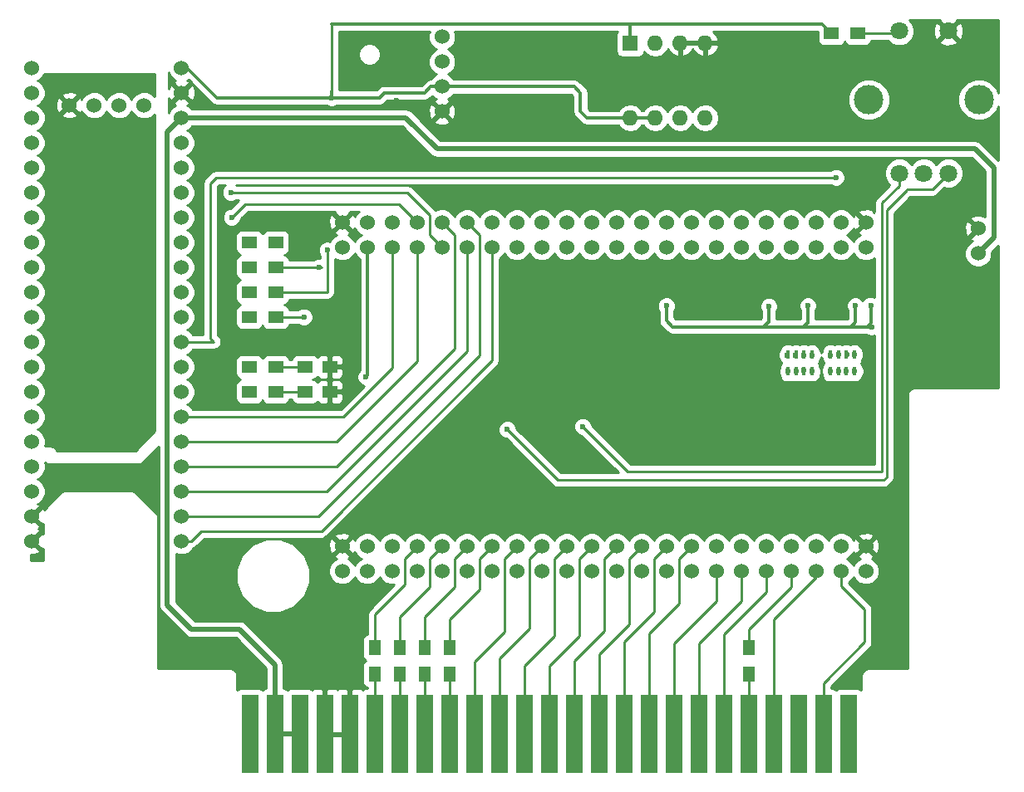
<source format=gbl>
G04 #@! TF.FileFunction,Copper,L2,Bot,Signal*
%FSLAX46Y46*%
G04 Gerber Fmt 4.6, Leading zero omitted, Abs format (unit mm)*
G04 Created by KiCad (PCBNEW 4.0.4-stable) date 01/09/17 01:48:13*
%MOMM*%
%LPD*%
G01*
G04 APERTURE LIST*
%ADD10C,0.100000*%
%ADD11C,1.524000*%
%ADD12R,1.800000X8.000000*%
%ADD13R,1.300000X1.500000*%
%ADD14R,1.500000X1.300000*%
%ADD15R,0.400000X0.900000*%
%ADD16C,1.800000*%
%ADD17C,3.000000*%
%ADD18R,1.500000X1.250000*%
%ADD19R,1.600000X1.600000*%
%ADD20O,1.600000X1.600000*%
%ADD21C,0.600000*%
%ADD22C,0.250000*%
%ADD23C,0.300000*%
%ADD24C,0.500000*%
%ADD25C,0.254000*%
G04 APERTURE END LIST*
D10*
D11*
X136398000Y-37465000D03*
X136398000Y-40005000D03*
X136398000Y-42545000D03*
X136398000Y-45085000D03*
D12*
X177789840Y-108557440D03*
X175249840Y-108557440D03*
X172709840Y-108557440D03*
X170169840Y-108557440D03*
X167629840Y-108557440D03*
X165089840Y-108557440D03*
X162549840Y-108557440D03*
X160009840Y-108557440D03*
X157469840Y-108557440D03*
X154929840Y-108557440D03*
X152389840Y-108557440D03*
X149849840Y-108557440D03*
X147309840Y-108557440D03*
X144769840Y-108557440D03*
X142229840Y-108557440D03*
X139689840Y-108557440D03*
X137149840Y-108557440D03*
X134609840Y-108557440D03*
X132069840Y-108557440D03*
X129529840Y-108557440D03*
X126989840Y-108557440D03*
X124449840Y-108557440D03*
X121909840Y-108557440D03*
X119369840Y-108557440D03*
X116829840Y-108557440D03*
D11*
X126238000Y-91948000D03*
X126238000Y-89408000D03*
X128778000Y-91948000D03*
X128778000Y-89408000D03*
X131318000Y-91948000D03*
X131318000Y-89408000D03*
X133858000Y-91948000D03*
X133858000Y-89408000D03*
X136398000Y-91948000D03*
X136398000Y-89408000D03*
X138938000Y-91948000D03*
X138938000Y-89408000D03*
X141478000Y-91948000D03*
X141478000Y-89408000D03*
X144018000Y-91948000D03*
X144018000Y-89408000D03*
X146558000Y-91948000D03*
X146558000Y-89408000D03*
X149098000Y-91948000D03*
X149098000Y-89408000D03*
X151638000Y-91948000D03*
X151638000Y-89408000D03*
X154178000Y-91948000D03*
X154178000Y-89408000D03*
X156718000Y-91948000D03*
X156718000Y-89408000D03*
X159258000Y-91948000D03*
X159258000Y-89408000D03*
X161798000Y-91948000D03*
X161798000Y-89408000D03*
X164338000Y-91948000D03*
X164338000Y-89408000D03*
X166878000Y-91948000D03*
X166878000Y-89408000D03*
X169418000Y-91948000D03*
X169418000Y-89408000D03*
X171958000Y-91948000D03*
X171958000Y-89408000D03*
X174498000Y-91948000D03*
X174498000Y-89408000D03*
X177038000Y-91948000D03*
X177038000Y-89408000D03*
X179578000Y-91948000D03*
X179578000Y-89408000D03*
X179578000Y-56388000D03*
X179578000Y-58928000D03*
X177038000Y-56388000D03*
X177038000Y-58928000D03*
X174498000Y-56388000D03*
X174498000Y-58928000D03*
X171958000Y-56388000D03*
X171958000Y-58928000D03*
X169418000Y-56388000D03*
X169418000Y-58928000D03*
X166878000Y-56388000D03*
X166878000Y-58928000D03*
X164338000Y-56388000D03*
X164338000Y-58928000D03*
X161798000Y-56388000D03*
X161798000Y-58928000D03*
X159258000Y-56388000D03*
X159258000Y-58928000D03*
X156718000Y-56388000D03*
X156718000Y-58928000D03*
X154178000Y-56388000D03*
X154178000Y-58928000D03*
X151638000Y-56388000D03*
X151638000Y-58928000D03*
X149098000Y-56388000D03*
X149098000Y-58928000D03*
X146558000Y-56388000D03*
X146558000Y-58928000D03*
X144018000Y-56388000D03*
X144018000Y-58928000D03*
X141478000Y-56388000D03*
X141478000Y-58928000D03*
X138938000Y-56388000D03*
X138938000Y-58928000D03*
X136398000Y-56388000D03*
X136398000Y-58928000D03*
X133858000Y-56388000D03*
X133858000Y-58928000D03*
X131318000Y-56388000D03*
X131318000Y-58928000D03*
X128778000Y-56388000D03*
X128778000Y-58928000D03*
X126238000Y-56388000D03*
X126238000Y-58928000D03*
X191008000Y-57023000D03*
X191008000Y-59563000D03*
X109855000Y-88900000D03*
X109855000Y-86360000D03*
X109855000Y-83820000D03*
X109855000Y-81280000D03*
X109855000Y-78740000D03*
X109855000Y-76200000D03*
X109855000Y-73660000D03*
X109855000Y-71120000D03*
X109855000Y-68580000D03*
X109855000Y-66040000D03*
X109855000Y-63500000D03*
X109855000Y-60960000D03*
X109855000Y-58420000D03*
X109855000Y-55880000D03*
X109855000Y-53340000D03*
X109855000Y-50800000D03*
X109855000Y-48260000D03*
X109855000Y-45720000D03*
X109855000Y-43180000D03*
X109855000Y-40640000D03*
X94615000Y-40640000D03*
X94615000Y-43180000D03*
X94615000Y-45720000D03*
X94615000Y-48260000D03*
X94615000Y-50800000D03*
X94615000Y-53340000D03*
X94615000Y-55880000D03*
X94615000Y-58420000D03*
X94615000Y-60960000D03*
X94615000Y-63500000D03*
X94615000Y-66040000D03*
X94615000Y-68580000D03*
X94615000Y-71120000D03*
X94615000Y-73660000D03*
X94615000Y-76200000D03*
X94615000Y-78740000D03*
X94615000Y-81280000D03*
X94615000Y-83820000D03*
X94615000Y-86360000D03*
X94615000Y-88900000D03*
X98425000Y-44450000D03*
X100965000Y-44450000D03*
X103505000Y-44450000D03*
X106045000Y-44450000D03*
D13*
X167640000Y-102442000D03*
X167640000Y-99742000D03*
X137160000Y-102442000D03*
X137160000Y-99742000D03*
X134620000Y-102442000D03*
X134620000Y-99742000D03*
X132080000Y-102442000D03*
X132080000Y-99742000D03*
X129540000Y-102442000D03*
X129540000Y-99742000D03*
D14*
X116760000Y-66040000D03*
X119460000Y-66040000D03*
X116760000Y-58420000D03*
X119460000Y-58420000D03*
X116760000Y-63500000D03*
X119460000Y-63500000D03*
X116760000Y-60960000D03*
X119460000Y-60960000D03*
D15*
X172447000Y-69889000D03*
X173247000Y-69889000D03*
X171647000Y-69889000D03*
X174047000Y-69889000D03*
X171647000Y-71589000D03*
X172447000Y-71589000D03*
X173247000Y-71589000D03*
X174047000Y-71589000D03*
X176765000Y-69889000D03*
X177565000Y-69889000D03*
X175965000Y-69889000D03*
X178365000Y-69889000D03*
X175965000Y-71589000D03*
X176765000Y-71589000D03*
X177565000Y-71589000D03*
X178365000Y-71589000D03*
D16*
X182970800Y-36865800D03*
X182970800Y-51365800D03*
X185470800Y-51365800D03*
X187970800Y-51365800D03*
X187970800Y-36865800D03*
D17*
X191070800Y-43865800D03*
X179870800Y-43865800D03*
D18*
X122448000Y-71120000D03*
X124948000Y-71120000D03*
X122448000Y-73660000D03*
X124948000Y-73660000D03*
D14*
X176069000Y-37084000D03*
X178769000Y-37084000D03*
X119460000Y-71120000D03*
X116760000Y-71120000D03*
X119460000Y-73660000D03*
X116760000Y-73660000D03*
D19*
X155575000Y-38100000D03*
D20*
X163195000Y-45720000D03*
X158115000Y-38100000D03*
X160655000Y-45720000D03*
X160655000Y-38100000D03*
X158115000Y-45720000D03*
X163195000Y-38100000D03*
X155575000Y-45720000D03*
D21*
X122478800Y-97739200D03*
X121310400Y-99110800D03*
X131829000Y-39643000D03*
X131749800Y-43967400D03*
X170027600Y-78079600D03*
X173672500Y-76530200D03*
X177546000Y-78257400D03*
X176085500Y-64858900D03*
X171284900Y-64833500D03*
X159232600Y-76530200D03*
X178435000Y-69850000D03*
X177609500Y-69850000D03*
X176771300Y-69888100D03*
X175958500Y-69913500D03*
X174117000Y-69913500D03*
X173228000Y-69913500D03*
X172402500Y-69913500D03*
X171577000Y-69913500D03*
X171640500Y-71589900D03*
X172453300Y-71564500D03*
X173266100Y-71501000D03*
X174066200Y-71539100D03*
X175971200Y-71526400D03*
X176784000Y-71526400D03*
X177596800Y-71539100D03*
X178447700Y-71564500D03*
X123901200Y-60960000D03*
X124714000Y-59207400D03*
X122326400Y-66040000D03*
X119460000Y-58420000D03*
X114960400Y-55880000D03*
X114871500Y-53314600D03*
X116760000Y-66040000D03*
X116624100Y-63588900D03*
X116738400Y-60934600D03*
X116878100Y-58420000D03*
X125171200Y-43662600D03*
X180162200Y-67030600D03*
X128625600Y-72136000D03*
X159258000Y-64909700D03*
X180073300Y-64846200D03*
X178485800Y-64871600D03*
X173672500Y-64871600D03*
X169684700Y-64935100D03*
X178790600Y-37211000D03*
X176530000Y-51816000D03*
X143052800Y-77520800D03*
X116760000Y-73660000D03*
X150723600Y-77190600D03*
X116760000Y-71120000D03*
D22*
X121208800Y-99009200D02*
X121310400Y-99110800D01*
X121208800Y-99009200D02*
X120091200Y-100126800D01*
X126238000Y-89408000D02*
X126085600Y-89408000D01*
X126085600Y-89408000D02*
X123393200Y-92100400D01*
X123393200Y-92100400D02*
X123393200Y-96824800D01*
X123393200Y-96824800D02*
X122478800Y-97739200D01*
X122478800Y-97739200D02*
X121208800Y-99009200D01*
X131826000Y-39649400D02*
X131826000Y-39646000D01*
X131826000Y-39646000D02*
X131829000Y-39643000D01*
X173672500Y-76530200D02*
X173672500Y-77711300D01*
X173304200Y-78079600D02*
X170027600Y-78079600D01*
X173672500Y-77711300D02*
X173304200Y-78079600D01*
X173672500Y-76530200D02*
X173672500Y-77812900D01*
X174117000Y-78257400D02*
X177546000Y-78257400D01*
X173672500Y-77812900D02*
X174117000Y-78257400D01*
X176085500Y-64846200D02*
X176085500Y-64858900D01*
X178435000Y-69850000D02*
X178396000Y-69889000D01*
X178396000Y-69889000D02*
X178365000Y-69889000D01*
X177609500Y-69850000D02*
X177628500Y-69869000D01*
X177628500Y-69869000D02*
X177628500Y-69889000D01*
X176771300Y-69888100D02*
X176770400Y-69889000D01*
X176770400Y-69889000D02*
X176765000Y-69889000D01*
X175958500Y-69913500D02*
X175965000Y-69907000D01*
X175965000Y-69907000D02*
X175965000Y-69825500D01*
X174117000Y-69913500D02*
X174092500Y-69889000D01*
X174092500Y-69889000D02*
X174047000Y-69889000D01*
X173228000Y-69913500D02*
X173247000Y-69894500D01*
X173247000Y-69894500D02*
X173247000Y-69889000D01*
X172402500Y-69913500D02*
X172427000Y-69889000D01*
X172427000Y-69889000D02*
X172447000Y-69889000D01*
X171577000Y-69913500D02*
X171601500Y-69889000D01*
X171601500Y-69889000D02*
X171647000Y-69889000D01*
X149098000Y-89408000D02*
X147828000Y-90678000D01*
X144769840Y-101610160D02*
X144769840Y-108557440D01*
X147828000Y-98552000D02*
X144769840Y-101610160D01*
X147828000Y-90678000D02*
X147828000Y-98552000D01*
X146558000Y-89408000D02*
X145288000Y-90678000D01*
X142229840Y-100848160D02*
X142229840Y-108557440D01*
X145288000Y-97790000D02*
X142229840Y-100848160D01*
X145288000Y-90678000D02*
X145288000Y-97790000D01*
X144018000Y-89408000D02*
X142748000Y-90678000D01*
X139689840Y-101229160D02*
X139689840Y-108557440D01*
X142748000Y-98171000D02*
X139689840Y-101229160D01*
X142748000Y-90678000D02*
X142748000Y-98171000D01*
X156718000Y-89408000D02*
X155448000Y-90678000D01*
X152389840Y-100467160D02*
X152389840Y-108557440D01*
X155448000Y-97409000D02*
X152389840Y-100467160D01*
X155448000Y-90678000D02*
X155448000Y-97409000D01*
X161798000Y-89408000D02*
X160528000Y-90678000D01*
X157469840Y-98308160D02*
X157469840Y-108557440D01*
X160528000Y-95250000D02*
X157469840Y-98308160D01*
X160528000Y-90678000D02*
X160528000Y-95250000D01*
X159258000Y-89408000D02*
X157988000Y-90678000D01*
X154929840Y-99197160D02*
X154929840Y-108557440D01*
X157988000Y-96139000D02*
X154929840Y-99197160D01*
X157988000Y-90678000D02*
X157988000Y-96139000D01*
X171640500Y-71589900D02*
X171641400Y-71589000D01*
X171641400Y-71589000D02*
X171647000Y-71589000D01*
X172453300Y-71564500D02*
X172447000Y-71570800D01*
X172447000Y-71570800D02*
X172447000Y-71589000D01*
X173266100Y-71501000D02*
X173247000Y-71520100D01*
X173247000Y-71520100D02*
X173247000Y-71589000D01*
X174066200Y-71539100D02*
X174047000Y-71558300D01*
X174047000Y-71558300D02*
X174047000Y-71589000D01*
X175971200Y-71526400D02*
X175965000Y-71532600D01*
X175965000Y-71532600D02*
X175965000Y-71589000D01*
X176784000Y-71526400D02*
X176765000Y-71545400D01*
X176765000Y-71545400D02*
X176765000Y-71589000D01*
X177596800Y-71539100D02*
X177565000Y-71570900D01*
X177565000Y-71570900D02*
X177565000Y-71589000D01*
X178447700Y-71564500D02*
X178423200Y-71589000D01*
X178423200Y-71589000D02*
X178365000Y-71589000D01*
X124104400Y-60960000D02*
X123901200Y-60960000D01*
X124104400Y-60960000D02*
X119460000Y-60960000D01*
X124714000Y-59207400D02*
X124714000Y-63500000D01*
X124714000Y-63500000D02*
X119460000Y-63500000D01*
X119460000Y-66040000D02*
X122326400Y-66040000D01*
X177038000Y-91948000D02*
X177038000Y-93472000D01*
X175249840Y-103388160D02*
X175249840Y-108557440D01*
X179451000Y-99187000D02*
X175249840Y-103388160D01*
X179451000Y-95885000D02*
X179451000Y-99187000D01*
X177038000Y-93472000D02*
X179451000Y-95885000D01*
X174498000Y-91948000D02*
X174498000Y-92583000D01*
X174498000Y-92583000D02*
X170169840Y-96911160D01*
X170169840Y-96911160D02*
X170169840Y-108557440D01*
X167629840Y-108557440D02*
X167629840Y-102452160D01*
X167629840Y-102452160D02*
X167640000Y-102442000D01*
X167513000Y-108440600D02*
X167629840Y-108557440D01*
X169418000Y-91948000D02*
X169418000Y-94107000D01*
X165089840Y-98435160D02*
X165089840Y-108557440D01*
X169418000Y-94107000D02*
X165089840Y-98435160D01*
X166878000Y-91948000D02*
X166878000Y-94996000D01*
X162549840Y-99324160D02*
X162549840Y-108557440D01*
X166878000Y-94996000D02*
X162549840Y-99324160D01*
X164338000Y-91948000D02*
X164338000Y-94996000D01*
X160009840Y-99324160D02*
X160009840Y-108557440D01*
X164338000Y-94996000D02*
X160009840Y-99324160D01*
X154178000Y-89408000D02*
X152908000Y-90678000D01*
X149849840Y-101102160D02*
X149849840Y-108557440D01*
X152908000Y-98044000D02*
X149849840Y-101102160D01*
X152908000Y-90678000D02*
X152908000Y-98044000D01*
X151638000Y-89408000D02*
X150368000Y-90678000D01*
X147309840Y-101610160D02*
X147309840Y-108557440D01*
X150368000Y-98552000D02*
X147309840Y-101610160D01*
X150368000Y-90678000D02*
X150368000Y-98552000D01*
X137149840Y-108557440D02*
X137149840Y-102452160D01*
X137149840Y-102452160D02*
X137160000Y-102442000D01*
X137149840Y-102452160D02*
X137160000Y-102442000D01*
X134620000Y-102442000D02*
X134620000Y-108547280D01*
X134620000Y-108547280D02*
X134609840Y-108557440D01*
X132080000Y-102442000D02*
X132080000Y-108547280D01*
X132080000Y-108547280D02*
X132069840Y-108557440D01*
X129413000Y-102442000D02*
X129540000Y-102489000D01*
X129540000Y-102489000D02*
X129529840Y-108557440D01*
X109855000Y-88900000D02*
X110845600Y-88900000D01*
X111887000Y-87858600D02*
X124104400Y-87858600D01*
X110845600Y-88900000D02*
X111887000Y-87858600D01*
X141478000Y-70485000D02*
X141478000Y-58928000D01*
X124104400Y-87858600D02*
X141478000Y-70485000D01*
X109855000Y-86360000D02*
X123799600Y-86360000D01*
X140208000Y-57658000D02*
X138938000Y-56388000D01*
X140208000Y-69951600D02*
X140208000Y-57658000D01*
X123799600Y-86360000D02*
X140208000Y-69951600D01*
X109855000Y-83820000D02*
X124612400Y-83820000D01*
X138938000Y-69494400D02*
X138938000Y-58928000D01*
X124612400Y-83820000D02*
X138938000Y-69494400D01*
X109855000Y-81280000D02*
X125653800Y-81280000D01*
X137642600Y-57632600D02*
X136398000Y-56388000D01*
X137642600Y-69291200D02*
X137642600Y-57632600D01*
X125653800Y-81280000D02*
X137642600Y-69291200D01*
X114960400Y-55880000D02*
X116332000Y-54508400D01*
X131978400Y-54508400D02*
X133858000Y-56388000D01*
X116332000Y-54508400D02*
X131826000Y-54508400D01*
X131826000Y-54508400D02*
X131978400Y-54508400D01*
X136398000Y-58928000D02*
X136398000Y-58915300D01*
X136398000Y-58915300D02*
X135115300Y-57632600D01*
X114896900Y-53340000D02*
X114871500Y-53314600D01*
X132854700Y-53340000D02*
X114896900Y-53340000D01*
X135115300Y-55600600D02*
X132854700Y-53340000D01*
X135115300Y-57632600D02*
X135115300Y-55600600D01*
X116624100Y-63588900D02*
X116713000Y-63500000D01*
X116713000Y-63500000D02*
X116760000Y-63500000D01*
X116738400Y-60934600D02*
X116760000Y-60956200D01*
X116760000Y-60956200D02*
X116760000Y-60960000D01*
X116878100Y-58420000D02*
X116760000Y-58420000D01*
X133858000Y-89408000D02*
X132588000Y-90678000D01*
X129540000Y-96393000D02*
X129540000Y-99742000D01*
X132588000Y-93345000D02*
X129540000Y-96393000D01*
X132588000Y-90678000D02*
X132588000Y-93345000D01*
X136398000Y-89408000D02*
X135128000Y-90678000D01*
X132080000Y-96647000D02*
X132080000Y-99742000D01*
X135128000Y-93599000D02*
X132080000Y-96647000D01*
X135128000Y-90678000D02*
X135128000Y-93599000D01*
X138938000Y-89408000D02*
X137668000Y-90678000D01*
X134620000Y-96647000D02*
X134620000Y-99742000D01*
X137668000Y-93599000D02*
X134620000Y-96647000D01*
X137668000Y-90678000D02*
X137668000Y-93599000D01*
X141478000Y-89408000D02*
X140208000Y-90678000D01*
X137160000Y-96901000D02*
X137160000Y-99742000D01*
X140208000Y-93853000D02*
X137160000Y-96901000D01*
X140208000Y-90678000D02*
X140208000Y-93853000D01*
X171958000Y-91948000D02*
X171958000Y-93599000D01*
X167640000Y-97917000D02*
X167640000Y-99742000D01*
X171958000Y-93599000D02*
X167640000Y-97917000D01*
D23*
X136398000Y-42545000D02*
X149860000Y-42545000D01*
X151130000Y-45720000D02*
X155575000Y-45720000D01*
X150495000Y-45085000D02*
X151130000Y-45720000D01*
X150495000Y-43180000D02*
X150495000Y-45085000D01*
X149860000Y-42545000D02*
X150495000Y-43180000D01*
X125171200Y-43662600D02*
X130022600Y-43662600D01*
X135255000Y-42545000D02*
X136398000Y-42545000D01*
X134620000Y-43180000D02*
X135255000Y-42545000D01*
X130505200Y-43180000D02*
X134620000Y-43180000D01*
X130022600Y-43662600D02*
X130505200Y-43180000D01*
X155575000Y-38100000D02*
X155575000Y-36144200D01*
X155575000Y-36144200D02*
X155575000Y-36195000D01*
X155575000Y-36195000D02*
X155575000Y-36144200D01*
X155575000Y-45720000D02*
X158115000Y-45720000D01*
X94615000Y-83820000D02*
X94767400Y-83820000D01*
X125171200Y-43662600D02*
X125171200Y-43002200D01*
X109855000Y-40640000D02*
X110439200Y-40640000D01*
X110439200Y-40640000D02*
X113461800Y-43662600D01*
X113461800Y-43662600D02*
X125171200Y-43662600D01*
X144881600Y-36144200D02*
X151765000Y-36144200D01*
X151765000Y-36144200D02*
X155575000Y-36144200D01*
X155575000Y-36144200D02*
X175129200Y-36144200D01*
X175129200Y-36144200D02*
X176069000Y-37084000D01*
X125171200Y-36144200D02*
X144881600Y-36144200D01*
D22*
X125171200Y-43002200D02*
X125171200Y-36144200D01*
X125171200Y-43256200D02*
X125171200Y-43002200D01*
D23*
X179679600Y-67030600D02*
X180162200Y-67030600D01*
X128625600Y-72136000D02*
X128778000Y-71983600D01*
X128778000Y-71983600D02*
X128778000Y-58928000D01*
X128778000Y-91846400D02*
X128778000Y-91948000D01*
X109855000Y-40640000D02*
X109855000Y-40614600D01*
X169684700Y-64935100D02*
X169684700Y-66497200D01*
X169684700Y-66497200D02*
X169151300Y-67030600D01*
X169151300Y-67030600D02*
X169151300Y-66992500D01*
X173672500Y-64871600D02*
X173672500Y-66586100D01*
X173672500Y-66586100D02*
X173228000Y-67030600D01*
X178485800Y-64871600D02*
X178485800Y-66548000D01*
X178485800Y-66548000D02*
X178003200Y-67030600D01*
X178003200Y-67030600D02*
X177952400Y-67030600D01*
X159258000Y-64909700D02*
X159258000Y-66395600D01*
X159258000Y-66395600D02*
X159893000Y-67030600D01*
X159893000Y-67030600D02*
X169062400Y-67030600D01*
X169062400Y-67030600D02*
X179679600Y-67030600D01*
X179679600Y-67030600D02*
X179705000Y-67030600D01*
X179705000Y-67030600D02*
X180073300Y-66662300D01*
X180073300Y-66662300D02*
X180073300Y-64846200D01*
X160528000Y-67030600D02*
X159893000Y-67030600D01*
D22*
X169151300Y-67030600D02*
X160985200Y-67030600D01*
X160985200Y-67030600D02*
X160528000Y-67030600D01*
D23*
X159893000Y-67030600D02*
X159258000Y-66395600D01*
D22*
X177952400Y-67030600D02*
X179705000Y-67030600D01*
X180073300Y-66662300D02*
X180073300Y-64846200D01*
X179705000Y-67030600D02*
X180073300Y-66662300D01*
X173228000Y-67030600D02*
X177952400Y-67030600D01*
X177952400Y-67030600D02*
X178003200Y-67030600D01*
X178003200Y-67030600D02*
X178485800Y-66548000D01*
X169151300Y-67030600D02*
X173228000Y-67030600D01*
X173228000Y-67030600D02*
X173672500Y-66586100D01*
X169151300Y-67030600D02*
X169684700Y-66497200D01*
X178790600Y-37211000D02*
X178769000Y-37189400D01*
X178769000Y-37189400D02*
X178769000Y-37084000D01*
X109855000Y-68580000D02*
X113157000Y-68580000D01*
X113411000Y-51816000D02*
X176530000Y-51816000D01*
X112826800Y-52400200D02*
X113411000Y-51816000D01*
X112826800Y-68249800D02*
X112826800Y-52400200D01*
X113157000Y-68580000D02*
X112826800Y-68249800D01*
X178769000Y-37084000D02*
X182752600Y-37084000D01*
X182752600Y-37084000D02*
X182970800Y-36865800D01*
X119460000Y-71120000D02*
X122448000Y-71120000D01*
X119460000Y-73660000D02*
X122448000Y-73660000D01*
X109855000Y-76200000D02*
X126365000Y-76200000D01*
X131318000Y-71247000D02*
X131318000Y-58928000D01*
X126365000Y-76200000D02*
X131318000Y-71247000D01*
X109855000Y-78740000D02*
X125628400Y-78740000D01*
X133858000Y-70510400D02*
X133858000Y-58928000D01*
X125628400Y-78740000D02*
X133858000Y-70510400D01*
X183743600Y-53009800D02*
X183743600Y-53060600D01*
X187970800Y-51365800D02*
X186326800Y-53009800D01*
X183743600Y-53009800D02*
X186326800Y-53009800D01*
X181686200Y-55118000D02*
X181686200Y-82372200D01*
X183743600Y-53060600D02*
X181686200Y-55118000D01*
X181686200Y-82372200D02*
X181381400Y-82677000D01*
X181381400Y-82677000D02*
X148209000Y-82677000D01*
X143052800Y-77520800D02*
X148209000Y-82677000D01*
X187970800Y-51365800D02*
X187970800Y-51805200D01*
X187970800Y-51365800D02*
X187970800Y-52135400D01*
X182970800Y-51365800D02*
X182970800Y-52665000D01*
X181229000Y-54406800D02*
X181229000Y-81762600D01*
X182970800Y-52665000D02*
X181229000Y-54406800D01*
X150723600Y-77190600D02*
X155295600Y-81762600D01*
X181229000Y-81762600D02*
X155295600Y-81762600D01*
D24*
X132080000Y-45720000D02*
X132715000Y-45720000D01*
X135890000Y-48895000D02*
X190677800Y-48895000D01*
X132715000Y-45720000D02*
X135890000Y-48895000D01*
X112598200Y-45720000D02*
X132080000Y-45720000D01*
X132080000Y-45720000D02*
X132334000Y-45720000D01*
X132334000Y-45720000D02*
X132359400Y-45694600D01*
X119369840Y-108557440D02*
X121909840Y-108557440D01*
X190677800Y-48895000D02*
X192608200Y-50825400D01*
X192608200Y-50825400D02*
X192608200Y-57962800D01*
X192608200Y-57962800D02*
X191008000Y-59563000D01*
X119369840Y-108557440D02*
X119369840Y-101488240D01*
X108407200Y-47167800D02*
X109855000Y-45720000D01*
X108407200Y-95427800D02*
X108407200Y-47167800D01*
X110871000Y-97891600D02*
X108407200Y-95427800D01*
X115773200Y-97891600D02*
X110871000Y-97891600D01*
X119369840Y-101488240D02*
X115773200Y-97891600D01*
X112801400Y-45720000D02*
X112598200Y-45720000D01*
X112598200Y-45720000D02*
X109855000Y-45720000D01*
D25*
G36*
X132334000Y-46605001D02*
X132334005Y-46605000D01*
X132348420Y-46605000D01*
X135264208Y-49520787D01*
X135264210Y-49520790D01*
X135551325Y-49712633D01*
X135607516Y-49723810D01*
X135890000Y-49780001D01*
X135890005Y-49780000D01*
X190311220Y-49780000D01*
X191723200Y-51191979D01*
X191723200Y-55794915D01*
X191215698Y-55613856D01*
X190660632Y-55641638D01*
X190276857Y-55800603D01*
X190207392Y-56042787D01*
X191008000Y-56843395D01*
X191022143Y-56829253D01*
X191201748Y-57008858D01*
X191187605Y-57023000D01*
X191201748Y-57037143D01*
X191022143Y-57216748D01*
X191008000Y-57202605D01*
X190207392Y-58003213D01*
X190276857Y-58245397D01*
X190417318Y-58295509D01*
X190217697Y-58377990D01*
X189824371Y-58770630D01*
X189611243Y-59283900D01*
X189610758Y-59839661D01*
X189822990Y-60353303D01*
X190215630Y-60746629D01*
X190728900Y-60959757D01*
X191284661Y-60960242D01*
X191798303Y-60748010D01*
X192191629Y-60355370D01*
X192404757Y-59842100D01*
X192405128Y-59417452D01*
X193092000Y-58730579D01*
X193092000Y-73280200D01*
X184505600Y-73280200D01*
X184233895Y-73334246D01*
X184003554Y-73488154D01*
X183849646Y-73718495D01*
X183795600Y-73990200D01*
X183795600Y-101906000D01*
X179832000Y-101906000D01*
X179560295Y-101960046D01*
X179329954Y-102113954D01*
X179176046Y-102344295D01*
X179122000Y-102616000D01*
X179122000Y-104084182D01*
X178941730Y-103961009D01*
X178689840Y-103910000D01*
X176889840Y-103910000D01*
X176654523Y-103954278D01*
X176519263Y-104041316D01*
X176401730Y-103961009D01*
X176149840Y-103910000D01*
X176009840Y-103910000D01*
X176009840Y-103702962D01*
X179988401Y-99724401D01*
X180153148Y-99477840D01*
X180162746Y-99429586D01*
X180211000Y-99187000D01*
X180211000Y-95885000D01*
X180187424Y-95766475D01*
X180153148Y-95594160D01*
X179988401Y-95347599D01*
X177798000Y-93157198D01*
X177798000Y-93145531D01*
X177828303Y-93133010D01*
X178221629Y-92740370D01*
X178307949Y-92532488D01*
X178392990Y-92738303D01*
X178785630Y-93131629D01*
X179298900Y-93344757D01*
X179854661Y-93345242D01*
X180368303Y-93133010D01*
X180761629Y-92740370D01*
X180974757Y-92227100D01*
X180975242Y-91671339D01*
X180763010Y-91157697D01*
X180370370Y-90764371D01*
X180178273Y-90684605D01*
X180309143Y-90630397D01*
X180378608Y-90388213D01*
X179578000Y-89587605D01*
X178777392Y-90388213D01*
X178846857Y-90630397D01*
X178987318Y-90680509D01*
X178787697Y-90762990D01*
X178394371Y-91155630D01*
X178308051Y-91363512D01*
X178223010Y-91157697D01*
X177830370Y-90764371D01*
X177622488Y-90678051D01*
X177828303Y-90593010D01*
X178221629Y-90200370D01*
X178301395Y-90008273D01*
X178355603Y-90139143D01*
X178597787Y-90208608D01*
X179398395Y-89408000D01*
X179757605Y-89408000D01*
X180558213Y-90208608D01*
X180800397Y-90139143D01*
X180987144Y-89615698D01*
X180959362Y-89060632D01*
X180800397Y-88676857D01*
X180558213Y-88607392D01*
X179757605Y-89408000D01*
X179398395Y-89408000D01*
X178597787Y-88607392D01*
X178355603Y-88676857D01*
X178305491Y-88817318D01*
X178223010Y-88617697D01*
X178033432Y-88427787D01*
X178777392Y-88427787D01*
X179578000Y-89228395D01*
X180378608Y-88427787D01*
X180309143Y-88185603D01*
X179785698Y-87998856D01*
X179230632Y-88026638D01*
X178846857Y-88185603D01*
X178777392Y-88427787D01*
X178033432Y-88427787D01*
X177830370Y-88224371D01*
X177317100Y-88011243D01*
X176761339Y-88010758D01*
X176247697Y-88222990D01*
X175854371Y-88615630D01*
X175768051Y-88823512D01*
X175683010Y-88617697D01*
X175290370Y-88224371D01*
X174777100Y-88011243D01*
X174221339Y-88010758D01*
X173707697Y-88222990D01*
X173314371Y-88615630D01*
X173228051Y-88823512D01*
X173143010Y-88617697D01*
X172750370Y-88224371D01*
X172237100Y-88011243D01*
X171681339Y-88010758D01*
X171167697Y-88222990D01*
X170774371Y-88615630D01*
X170688051Y-88823512D01*
X170603010Y-88617697D01*
X170210370Y-88224371D01*
X169697100Y-88011243D01*
X169141339Y-88010758D01*
X168627697Y-88222990D01*
X168234371Y-88615630D01*
X168148051Y-88823512D01*
X168063010Y-88617697D01*
X167670370Y-88224371D01*
X167157100Y-88011243D01*
X166601339Y-88010758D01*
X166087697Y-88222990D01*
X165694371Y-88615630D01*
X165608051Y-88823512D01*
X165523010Y-88617697D01*
X165130370Y-88224371D01*
X164617100Y-88011243D01*
X164061339Y-88010758D01*
X163547697Y-88222990D01*
X163154371Y-88615630D01*
X163068051Y-88823512D01*
X162983010Y-88617697D01*
X162590370Y-88224371D01*
X162077100Y-88011243D01*
X161521339Y-88010758D01*
X161007697Y-88222990D01*
X160614371Y-88615630D01*
X160528051Y-88823512D01*
X160443010Y-88617697D01*
X160050370Y-88224371D01*
X159537100Y-88011243D01*
X158981339Y-88010758D01*
X158467697Y-88222990D01*
X158074371Y-88615630D01*
X157988051Y-88823512D01*
X157903010Y-88617697D01*
X157510370Y-88224371D01*
X156997100Y-88011243D01*
X156441339Y-88010758D01*
X155927697Y-88222990D01*
X155534371Y-88615630D01*
X155448051Y-88823512D01*
X155363010Y-88617697D01*
X154970370Y-88224371D01*
X154457100Y-88011243D01*
X153901339Y-88010758D01*
X153387697Y-88222990D01*
X152994371Y-88615630D01*
X152908051Y-88823512D01*
X152823010Y-88617697D01*
X152430370Y-88224371D01*
X151917100Y-88011243D01*
X151361339Y-88010758D01*
X150847697Y-88222990D01*
X150454371Y-88615630D01*
X150368051Y-88823512D01*
X150283010Y-88617697D01*
X149890370Y-88224371D01*
X149377100Y-88011243D01*
X148821339Y-88010758D01*
X148307697Y-88222990D01*
X147914371Y-88615630D01*
X147828051Y-88823512D01*
X147743010Y-88617697D01*
X147350370Y-88224371D01*
X146837100Y-88011243D01*
X146281339Y-88010758D01*
X145767697Y-88222990D01*
X145374371Y-88615630D01*
X145288051Y-88823512D01*
X145203010Y-88617697D01*
X144810370Y-88224371D01*
X144297100Y-88011243D01*
X143741339Y-88010758D01*
X143227697Y-88222990D01*
X142834371Y-88615630D01*
X142748051Y-88823512D01*
X142663010Y-88617697D01*
X142270370Y-88224371D01*
X141757100Y-88011243D01*
X141201339Y-88010758D01*
X140687697Y-88222990D01*
X140294371Y-88615630D01*
X140208051Y-88823512D01*
X140123010Y-88617697D01*
X139730370Y-88224371D01*
X139217100Y-88011243D01*
X138661339Y-88010758D01*
X138147697Y-88222990D01*
X137754371Y-88615630D01*
X137668051Y-88823512D01*
X137583010Y-88617697D01*
X137190370Y-88224371D01*
X136677100Y-88011243D01*
X136121339Y-88010758D01*
X135607697Y-88222990D01*
X135214371Y-88615630D01*
X135128051Y-88823512D01*
X135043010Y-88617697D01*
X134650370Y-88224371D01*
X134137100Y-88011243D01*
X133581339Y-88010758D01*
X133067697Y-88222990D01*
X132674371Y-88615630D01*
X132588051Y-88823512D01*
X132503010Y-88617697D01*
X132110370Y-88224371D01*
X131597100Y-88011243D01*
X131041339Y-88010758D01*
X130527697Y-88222990D01*
X130134371Y-88615630D01*
X130048051Y-88823512D01*
X129963010Y-88617697D01*
X129570370Y-88224371D01*
X129057100Y-88011243D01*
X128501339Y-88010758D01*
X127987697Y-88222990D01*
X127594371Y-88615630D01*
X127514605Y-88807727D01*
X127460397Y-88676857D01*
X127218213Y-88607392D01*
X126417605Y-89408000D01*
X127218213Y-90208608D01*
X127460397Y-90139143D01*
X127510509Y-89998682D01*
X127592990Y-90198303D01*
X127985630Y-90591629D01*
X128193512Y-90677949D01*
X127987697Y-90762990D01*
X127594371Y-91155630D01*
X127508051Y-91363512D01*
X127423010Y-91157697D01*
X127030370Y-90764371D01*
X126838273Y-90684605D01*
X126969143Y-90630397D01*
X127038608Y-90388213D01*
X126238000Y-89587605D01*
X125437392Y-90388213D01*
X125506857Y-90630397D01*
X125647318Y-90680509D01*
X125447697Y-90762990D01*
X125054371Y-91155630D01*
X124841243Y-91668900D01*
X124840758Y-92224661D01*
X125052990Y-92738303D01*
X125445630Y-93131629D01*
X125958900Y-93344757D01*
X126514661Y-93345242D01*
X127028303Y-93133010D01*
X127421629Y-92740370D01*
X127507949Y-92532488D01*
X127592990Y-92738303D01*
X127985630Y-93131629D01*
X128498900Y-93344757D01*
X129054661Y-93345242D01*
X129568303Y-93133010D01*
X129961629Y-92740370D01*
X130047949Y-92532488D01*
X130132990Y-92738303D01*
X130525630Y-93131629D01*
X131038900Y-93344757D01*
X131513027Y-93345171D01*
X129002599Y-95855599D01*
X128837852Y-96102161D01*
X128780000Y-96393000D01*
X128780000Y-98365258D01*
X128654683Y-98388838D01*
X128438559Y-98527910D01*
X128293569Y-98740110D01*
X128242560Y-98992000D01*
X128242560Y-100492000D01*
X128286838Y-100727317D01*
X128425910Y-100943441D01*
X128638110Y-101088431D01*
X128651197Y-101091081D01*
X128438559Y-101227910D01*
X128293569Y-101440110D01*
X128242560Y-101692000D01*
X128242560Y-103192000D01*
X128286838Y-103427317D01*
X128425910Y-103643441D01*
X128638110Y-103788431D01*
X128777776Y-103816714D01*
X128777620Y-103910000D01*
X128629840Y-103910000D01*
X128394523Y-103954278D01*
X128266855Y-104036430D01*
X128249538Y-104019113D01*
X128016149Y-103922440D01*
X127275590Y-103922440D01*
X127116840Y-104081190D01*
X127116840Y-108430440D01*
X127136840Y-108430440D01*
X127136840Y-108684440D01*
X127116840Y-108684440D01*
X127116840Y-108704440D01*
X126862840Y-108704440D01*
X126862840Y-108684440D01*
X124576840Y-108684440D01*
X124576840Y-108704440D01*
X124322840Y-108704440D01*
X124322840Y-108684440D01*
X124302840Y-108684440D01*
X124302840Y-108430440D01*
X124322840Y-108430440D01*
X124322840Y-104081190D01*
X124576840Y-104081190D01*
X124576840Y-108430440D01*
X126862840Y-108430440D01*
X126862840Y-104081190D01*
X126704090Y-103922440D01*
X125963531Y-103922440D01*
X125730142Y-104019113D01*
X125719840Y-104029415D01*
X125709538Y-104019113D01*
X125476149Y-103922440D01*
X124735590Y-103922440D01*
X124576840Y-104081190D01*
X124322840Y-104081190D01*
X124164090Y-103922440D01*
X123423531Y-103922440D01*
X123190142Y-104019113D01*
X123172536Y-104036719D01*
X123061730Y-103961009D01*
X122809840Y-103910000D01*
X121009840Y-103910000D01*
X120774523Y-103954278D01*
X120639263Y-104041316D01*
X120521730Y-103961009D01*
X120269840Y-103910000D01*
X120254840Y-103910000D01*
X120254840Y-101488245D01*
X120254841Y-101488240D01*
X120187473Y-101149566D01*
X120187473Y-101149565D01*
X119995630Y-100862450D01*
X119995627Y-100862448D01*
X116398990Y-97265810D01*
X116379218Y-97252599D01*
X116111875Y-97073967D01*
X116055684Y-97062790D01*
X115773200Y-97006599D01*
X115773195Y-97006600D01*
X111237579Y-97006600D01*
X109292200Y-95061220D01*
X109292200Y-93173516D01*
X115396606Y-93173516D01*
X115970408Y-94562224D01*
X117031968Y-95625638D01*
X118419672Y-96201863D01*
X119922256Y-96203174D01*
X121310964Y-95629372D01*
X122374378Y-94567812D01*
X122950603Y-93180108D01*
X122951914Y-91677524D01*
X122378112Y-90288816D01*
X121316552Y-89225402D01*
X121256105Y-89200302D01*
X124828856Y-89200302D01*
X124856638Y-89755368D01*
X125015603Y-90139143D01*
X125257787Y-90208608D01*
X126058395Y-89408000D01*
X125257787Y-88607392D01*
X125015603Y-88676857D01*
X124828856Y-89200302D01*
X121256105Y-89200302D01*
X119928848Y-88649177D01*
X118426264Y-88647866D01*
X117037556Y-89221668D01*
X115974142Y-90283228D01*
X115397917Y-91670932D01*
X115396606Y-93173516D01*
X109292200Y-93173516D01*
X109292200Y-90178955D01*
X109575900Y-90296757D01*
X110131661Y-90297242D01*
X110645303Y-90085010D01*
X111038629Y-89692370D01*
X111070659Y-89615233D01*
X111136439Y-89602148D01*
X111383001Y-89437401D01*
X112201802Y-88618600D01*
X124104400Y-88618600D01*
X124395239Y-88560748D01*
X124594229Y-88427787D01*
X125437392Y-88427787D01*
X126238000Y-89228395D01*
X127038608Y-88427787D01*
X126969143Y-88185603D01*
X126445698Y-87998856D01*
X125890632Y-88026638D01*
X125506857Y-88185603D01*
X125437392Y-88427787D01*
X124594229Y-88427787D01*
X124641801Y-88396001D01*
X142015401Y-71022401D01*
X142180148Y-70775839D01*
X142238000Y-70485000D01*
X142238000Y-70098667D01*
X170641838Y-70098667D01*
X170783883Y-70442443D01*
X170827187Y-70485822D01*
X170843838Y-70574317D01*
X170950759Y-70740477D01*
X170850569Y-70887110D01*
X170799560Y-71139000D01*
X170799560Y-71176971D01*
X170705662Y-71403101D01*
X170705338Y-71775067D01*
X170799560Y-72003102D01*
X170799560Y-72039000D01*
X170843838Y-72274317D01*
X170982910Y-72490441D01*
X171195110Y-72635431D01*
X171447000Y-72686440D01*
X171847000Y-72686440D01*
X172054342Y-72647426D01*
X172247000Y-72686440D01*
X172647000Y-72686440D01*
X172854342Y-72647426D01*
X173047000Y-72686440D01*
X173447000Y-72686440D01*
X173654342Y-72647426D01*
X173847000Y-72686440D01*
X174247000Y-72686440D01*
X174482317Y-72642162D01*
X174698441Y-72503090D01*
X174843431Y-72290890D01*
X174894440Y-72039000D01*
X174894440Y-71982614D01*
X175001038Y-71725899D01*
X175001362Y-71353933D01*
X174879294Y-71058504D01*
X174850162Y-70903683D01*
X174743241Y-70737523D01*
X174843431Y-70590890D01*
X174864096Y-70488845D01*
X174909192Y-70443827D01*
X175037891Y-70133887D01*
X175117560Y-70326702D01*
X175117560Y-70339000D01*
X175161838Y-70574317D01*
X175268759Y-70740477D01*
X175168569Y-70887110D01*
X175117560Y-71139000D01*
X175117560Y-71144055D01*
X175036362Y-71339601D01*
X175036038Y-71711567D01*
X175117560Y-71908866D01*
X175117560Y-72039000D01*
X175161838Y-72274317D01*
X175300910Y-72490441D01*
X175513110Y-72635431D01*
X175765000Y-72686440D01*
X176165000Y-72686440D01*
X176372342Y-72647426D01*
X176565000Y-72686440D01*
X176965000Y-72686440D01*
X177172342Y-72647426D01*
X177365000Y-72686440D01*
X177765000Y-72686440D01*
X177972342Y-72647426D01*
X178165000Y-72686440D01*
X178565000Y-72686440D01*
X178800317Y-72642162D01*
X179016441Y-72503090D01*
X179161431Y-72290890D01*
X179191315Y-72143320D01*
X179239892Y-72094827D01*
X179382538Y-71751299D01*
X179382862Y-71379333D01*
X179240817Y-71035557D01*
X179181864Y-70976501D01*
X179168162Y-70903683D01*
X179061241Y-70737523D01*
X179161431Y-70590890D01*
X179198213Y-70409256D01*
X179227192Y-70380327D01*
X179369838Y-70036799D01*
X179370162Y-69664833D01*
X179228117Y-69321057D01*
X179181451Y-69274310D01*
X179168162Y-69203683D01*
X179029090Y-68987559D01*
X178816890Y-68842569D01*
X178565000Y-68791560D01*
X178165000Y-68791560D01*
X177957658Y-68830574D01*
X177765000Y-68791560D01*
X177365000Y-68791560D01*
X177157658Y-68830574D01*
X176965000Y-68791560D01*
X176565000Y-68791560D01*
X176357658Y-68830574D01*
X176165000Y-68791560D01*
X175765000Y-68791560D01*
X175529683Y-68835838D01*
X175313559Y-68974910D01*
X175168569Y-69187110D01*
X175117560Y-69439000D01*
X175117560Y-69500571D01*
X175037609Y-69693113D01*
X174910117Y-69384557D01*
X174878175Y-69352559D01*
X174850162Y-69203683D01*
X174711090Y-68987559D01*
X174498890Y-68842569D01*
X174247000Y-68791560D01*
X173847000Y-68791560D01*
X173639658Y-68830574D01*
X173447000Y-68791560D01*
X173047000Y-68791560D01*
X172839658Y-68830574D01*
X172647000Y-68791560D01*
X172247000Y-68791560D01*
X172039658Y-68830574D01*
X171847000Y-68791560D01*
X171447000Y-68791560D01*
X171211683Y-68835838D01*
X170995559Y-68974910D01*
X170850569Y-69187110D01*
X170817467Y-69350571D01*
X170784808Y-69383173D01*
X170642162Y-69726701D01*
X170641838Y-70098667D01*
X142238000Y-70098667D01*
X142238000Y-60125531D01*
X142268303Y-60113010D01*
X142661629Y-59720370D01*
X142747949Y-59512488D01*
X142832990Y-59718303D01*
X143225630Y-60111629D01*
X143738900Y-60324757D01*
X144294661Y-60325242D01*
X144808303Y-60113010D01*
X145201629Y-59720370D01*
X145287949Y-59512488D01*
X145372990Y-59718303D01*
X145765630Y-60111629D01*
X146278900Y-60324757D01*
X146834661Y-60325242D01*
X147348303Y-60113010D01*
X147741629Y-59720370D01*
X147827949Y-59512488D01*
X147912990Y-59718303D01*
X148305630Y-60111629D01*
X148818900Y-60324757D01*
X149374661Y-60325242D01*
X149888303Y-60113010D01*
X150281629Y-59720370D01*
X150367949Y-59512488D01*
X150452990Y-59718303D01*
X150845630Y-60111629D01*
X151358900Y-60324757D01*
X151914661Y-60325242D01*
X152428303Y-60113010D01*
X152821629Y-59720370D01*
X152907949Y-59512488D01*
X152992990Y-59718303D01*
X153385630Y-60111629D01*
X153898900Y-60324757D01*
X154454661Y-60325242D01*
X154968303Y-60113010D01*
X155361629Y-59720370D01*
X155447949Y-59512488D01*
X155532990Y-59718303D01*
X155925630Y-60111629D01*
X156438900Y-60324757D01*
X156994661Y-60325242D01*
X157508303Y-60113010D01*
X157901629Y-59720370D01*
X157987949Y-59512488D01*
X158072990Y-59718303D01*
X158465630Y-60111629D01*
X158978900Y-60324757D01*
X159534661Y-60325242D01*
X160048303Y-60113010D01*
X160441629Y-59720370D01*
X160527949Y-59512488D01*
X160612990Y-59718303D01*
X161005630Y-60111629D01*
X161518900Y-60324757D01*
X162074661Y-60325242D01*
X162588303Y-60113010D01*
X162981629Y-59720370D01*
X163067949Y-59512488D01*
X163152990Y-59718303D01*
X163545630Y-60111629D01*
X164058900Y-60324757D01*
X164614661Y-60325242D01*
X165128303Y-60113010D01*
X165521629Y-59720370D01*
X165607949Y-59512488D01*
X165692990Y-59718303D01*
X166085630Y-60111629D01*
X166598900Y-60324757D01*
X167154661Y-60325242D01*
X167668303Y-60113010D01*
X168061629Y-59720370D01*
X168147949Y-59512488D01*
X168232990Y-59718303D01*
X168625630Y-60111629D01*
X169138900Y-60324757D01*
X169694661Y-60325242D01*
X170208303Y-60113010D01*
X170601629Y-59720370D01*
X170687949Y-59512488D01*
X170772990Y-59718303D01*
X171165630Y-60111629D01*
X171678900Y-60324757D01*
X172234661Y-60325242D01*
X172748303Y-60113010D01*
X173141629Y-59720370D01*
X173227949Y-59512488D01*
X173312990Y-59718303D01*
X173705630Y-60111629D01*
X174218900Y-60324757D01*
X174774661Y-60325242D01*
X175288303Y-60113010D01*
X175681629Y-59720370D01*
X175767949Y-59512488D01*
X175852990Y-59718303D01*
X176245630Y-60111629D01*
X176758900Y-60324757D01*
X177314661Y-60325242D01*
X177828303Y-60113010D01*
X178221629Y-59720370D01*
X178307949Y-59512488D01*
X178392990Y-59718303D01*
X178785630Y-60111629D01*
X179298900Y-60324757D01*
X179854661Y-60325242D01*
X180368303Y-60113010D01*
X180469000Y-60012489D01*
X180469000Y-63998106D01*
X180260099Y-63911362D01*
X179888133Y-63911038D01*
X179544357Y-64053083D01*
X179281108Y-64315873D01*
X179272610Y-64336339D01*
X179016127Y-64079408D01*
X178672599Y-63936762D01*
X178300633Y-63936438D01*
X177956857Y-64078483D01*
X177693608Y-64341273D01*
X177550962Y-64684801D01*
X177550638Y-65056767D01*
X177692683Y-65400543D01*
X177700800Y-65408674D01*
X177700800Y-66222843D01*
X177678042Y-66245600D01*
X174457500Y-66245600D01*
X174457500Y-65409106D01*
X174464692Y-65401927D01*
X174607338Y-65058399D01*
X174607662Y-64686433D01*
X174465617Y-64342657D01*
X174202827Y-64079408D01*
X173859299Y-63936762D01*
X173487333Y-63936438D01*
X173143557Y-64078483D01*
X172880308Y-64341273D01*
X172737662Y-64684801D01*
X172737338Y-65056767D01*
X172879383Y-65400543D01*
X172887500Y-65408674D01*
X172887500Y-66245600D01*
X170469700Y-66245600D01*
X170469700Y-65472606D01*
X170476892Y-65465427D01*
X170619538Y-65121899D01*
X170619862Y-64749933D01*
X170477817Y-64406157D01*
X170215027Y-64142908D01*
X169871499Y-64000262D01*
X169499533Y-63999938D01*
X169155757Y-64141983D01*
X168892508Y-64404773D01*
X168749862Y-64748301D01*
X168749538Y-65120267D01*
X168891583Y-65464043D01*
X168899700Y-65472174D01*
X168899700Y-66172043D01*
X168826142Y-66245600D01*
X160218158Y-66245600D01*
X160043000Y-66070442D01*
X160043000Y-65447206D01*
X160050192Y-65440027D01*
X160192838Y-65096499D01*
X160193162Y-64724533D01*
X160051117Y-64380757D01*
X159788327Y-64117508D01*
X159444799Y-63974862D01*
X159072833Y-63974538D01*
X158729057Y-64116583D01*
X158465808Y-64379373D01*
X158323162Y-64722901D01*
X158322838Y-65094867D01*
X158464883Y-65438643D01*
X158473000Y-65446774D01*
X158473000Y-66395600D01*
X158532755Y-66696007D01*
X158702921Y-66950679D01*
X159337921Y-67585679D01*
X159592594Y-67755845D01*
X159893000Y-67815601D01*
X159893005Y-67815600D01*
X179624694Y-67815600D01*
X179631873Y-67822792D01*
X179975401Y-67965438D01*
X180347367Y-67965762D01*
X180469000Y-67915504D01*
X180469000Y-81002600D01*
X155610402Y-81002600D01*
X151658722Y-77050920D01*
X151658762Y-77005433D01*
X151516717Y-76661657D01*
X151253927Y-76398408D01*
X150910399Y-76255762D01*
X150538433Y-76255438D01*
X150194657Y-76397483D01*
X149931408Y-76660273D01*
X149788762Y-77003801D01*
X149788438Y-77375767D01*
X149930483Y-77719543D01*
X150193273Y-77982792D01*
X150536801Y-78125438D01*
X150583677Y-78125479D01*
X154375198Y-81917000D01*
X148523802Y-81917000D01*
X143987922Y-77381120D01*
X143987962Y-77335633D01*
X143845917Y-76991857D01*
X143583127Y-76728608D01*
X143239599Y-76585962D01*
X142867633Y-76585638D01*
X142523857Y-76727683D01*
X142260608Y-76990473D01*
X142117962Y-77334001D01*
X142117638Y-77705967D01*
X142259683Y-78049743D01*
X142522473Y-78312992D01*
X142866001Y-78455638D01*
X142912877Y-78455679D01*
X147671599Y-83214401D01*
X147918161Y-83379148D01*
X148209000Y-83437000D01*
X181381400Y-83437000D01*
X181672239Y-83379148D01*
X181918801Y-83214401D01*
X182223601Y-82909601D01*
X182388348Y-82663040D01*
X182446200Y-82372200D01*
X182446200Y-56815302D01*
X189598856Y-56815302D01*
X189626638Y-57370368D01*
X189785603Y-57754143D01*
X190027787Y-57823608D01*
X190828395Y-57023000D01*
X190027787Y-56222392D01*
X189785603Y-56291857D01*
X189598856Y-56815302D01*
X182446200Y-56815302D01*
X182446200Y-55432802D01*
X184109202Y-53769800D01*
X186326800Y-53769800D01*
X186617639Y-53711948D01*
X186864201Y-53547201D01*
X187555836Y-52855566D01*
X187664130Y-52900533D01*
X188274791Y-52901065D01*
X188839171Y-52667868D01*
X189271351Y-52236443D01*
X189505533Y-51672470D01*
X189506065Y-51061809D01*
X189272868Y-50497429D01*
X188841443Y-50065249D01*
X188277470Y-49831067D01*
X187666809Y-49830535D01*
X187102429Y-50063732D01*
X186720512Y-50444982D01*
X186341443Y-50065249D01*
X185777470Y-49831067D01*
X185166809Y-49830535D01*
X184602429Y-50063732D01*
X184220512Y-50444982D01*
X183841443Y-50065249D01*
X183277470Y-49831067D01*
X182666809Y-49830535D01*
X182102429Y-50063732D01*
X181670249Y-50495157D01*
X181436067Y-51059130D01*
X181435535Y-51669791D01*
X181668732Y-52234171D01*
X181997492Y-52563506D01*
X180691599Y-53869399D01*
X180526852Y-54115961D01*
X180469000Y-54406800D01*
X180469000Y-55317392D01*
X180378607Y-55407785D01*
X180309143Y-55165603D01*
X179785698Y-54978856D01*
X179230632Y-55006638D01*
X178846857Y-55165603D01*
X178777392Y-55407787D01*
X179578000Y-56208395D01*
X179592143Y-56194253D01*
X179771748Y-56373858D01*
X179757605Y-56388000D01*
X179771748Y-56402143D01*
X179592143Y-56581748D01*
X179578000Y-56567605D01*
X178777392Y-57368213D01*
X178846857Y-57610397D01*
X178987318Y-57660509D01*
X178787697Y-57742990D01*
X178394371Y-58135630D01*
X178308051Y-58343512D01*
X178223010Y-58137697D01*
X177830370Y-57744371D01*
X177622488Y-57658051D01*
X177828303Y-57573010D01*
X178221629Y-57180370D01*
X178301395Y-56988273D01*
X178355603Y-57119143D01*
X178597787Y-57188608D01*
X179398395Y-56388000D01*
X178597787Y-55587392D01*
X178355603Y-55656857D01*
X178305491Y-55797318D01*
X178223010Y-55597697D01*
X177830370Y-55204371D01*
X177317100Y-54991243D01*
X176761339Y-54990758D01*
X176247697Y-55202990D01*
X175854371Y-55595630D01*
X175768051Y-55803512D01*
X175683010Y-55597697D01*
X175290370Y-55204371D01*
X174777100Y-54991243D01*
X174221339Y-54990758D01*
X173707697Y-55202990D01*
X173314371Y-55595630D01*
X173228051Y-55803512D01*
X173143010Y-55597697D01*
X172750370Y-55204371D01*
X172237100Y-54991243D01*
X171681339Y-54990758D01*
X171167697Y-55202990D01*
X170774371Y-55595630D01*
X170688051Y-55803512D01*
X170603010Y-55597697D01*
X170210370Y-55204371D01*
X169697100Y-54991243D01*
X169141339Y-54990758D01*
X168627697Y-55202990D01*
X168234371Y-55595630D01*
X168148051Y-55803512D01*
X168063010Y-55597697D01*
X167670370Y-55204371D01*
X167157100Y-54991243D01*
X166601339Y-54990758D01*
X166087697Y-55202990D01*
X165694371Y-55595630D01*
X165608051Y-55803512D01*
X165523010Y-55597697D01*
X165130370Y-55204371D01*
X164617100Y-54991243D01*
X164061339Y-54990758D01*
X163547697Y-55202990D01*
X163154371Y-55595630D01*
X163068051Y-55803512D01*
X162983010Y-55597697D01*
X162590370Y-55204371D01*
X162077100Y-54991243D01*
X161521339Y-54990758D01*
X161007697Y-55202990D01*
X160614371Y-55595630D01*
X160528051Y-55803512D01*
X160443010Y-55597697D01*
X160050370Y-55204371D01*
X159537100Y-54991243D01*
X158981339Y-54990758D01*
X158467697Y-55202990D01*
X158074371Y-55595630D01*
X157988051Y-55803512D01*
X157903010Y-55597697D01*
X157510370Y-55204371D01*
X156997100Y-54991243D01*
X156441339Y-54990758D01*
X155927697Y-55202990D01*
X155534371Y-55595630D01*
X155448051Y-55803512D01*
X155363010Y-55597697D01*
X154970370Y-55204371D01*
X154457100Y-54991243D01*
X153901339Y-54990758D01*
X153387697Y-55202990D01*
X152994371Y-55595630D01*
X152908051Y-55803512D01*
X152823010Y-55597697D01*
X152430370Y-55204371D01*
X151917100Y-54991243D01*
X151361339Y-54990758D01*
X150847697Y-55202990D01*
X150454371Y-55595630D01*
X150368051Y-55803512D01*
X150283010Y-55597697D01*
X149890370Y-55204371D01*
X149377100Y-54991243D01*
X148821339Y-54990758D01*
X148307697Y-55202990D01*
X147914371Y-55595630D01*
X147828051Y-55803512D01*
X147743010Y-55597697D01*
X147350370Y-55204371D01*
X146837100Y-54991243D01*
X146281339Y-54990758D01*
X145767697Y-55202990D01*
X145374371Y-55595630D01*
X145288051Y-55803512D01*
X145203010Y-55597697D01*
X144810370Y-55204371D01*
X144297100Y-54991243D01*
X143741339Y-54990758D01*
X143227697Y-55202990D01*
X142834371Y-55595630D01*
X142748051Y-55803512D01*
X142663010Y-55597697D01*
X142270370Y-55204371D01*
X141757100Y-54991243D01*
X141201339Y-54990758D01*
X140687697Y-55202990D01*
X140294371Y-55595630D01*
X140208051Y-55803512D01*
X140123010Y-55597697D01*
X139730370Y-55204371D01*
X139217100Y-54991243D01*
X138661339Y-54990758D01*
X138147697Y-55202990D01*
X137754371Y-55595630D01*
X137668051Y-55803512D01*
X137583010Y-55597697D01*
X137190370Y-55204371D01*
X136677100Y-54991243D01*
X136121339Y-54990758D01*
X135716161Y-55158174D01*
X135652701Y-55063199D01*
X133392101Y-52802599D01*
X133145539Y-52637852D01*
X132854700Y-52580000D01*
X115459319Y-52580000D01*
X115455326Y-52576000D01*
X175967537Y-52576000D01*
X175999673Y-52608192D01*
X176343201Y-52750838D01*
X176715167Y-52751162D01*
X177058943Y-52609117D01*
X177322192Y-52346327D01*
X177464838Y-52002799D01*
X177465162Y-51630833D01*
X177323117Y-51287057D01*
X177060327Y-51023808D01*
X176716799Y-50881162D01*
X176344833Y-50880838D01*
X176001057Y-51022883D01*
X175967882Y-51056000D01*
X113411000Y-51056000D01*
X113120161Y-51113852D01*
X112873599Y-51278599D01*
X112289399Y-51862799D01*
X112124652Y-52109361D01*
X112066800Y-52400200D01*
X112066800Y-67820000D01*
X111052531Y-67820000D01*
X111040010Y-67789697D01*
X110647370Y-67396371D01*
X110439488Y-67310051D01*
X110645303Y-67225010D01*
X111038629Y-66832370D01*
X111251757Y-66319100D01*
X111252242Y-65763339D01*
X111040010Y-65249697D01*
X110647370Y-64856371D01*
X110439488Y-64770051D01*
X110645303Y-64685010D01*
X111038629Y-64292370D01*
X111251757Y-63779100D01*
X111252242Y-63223339D01*
X111040010Y-62709697D01*
X110647370Y-62316371D01*
X110439488Y-62230051D01*
X110645303Y-62145010D01*
X111038629Y-61752370D01*
X111251757Y-61239100D01*
X111252242Y-60683339D01*
X111040010Y-60169697D01*
X110647370Y-59776371D01*
X110439488Y-59690051D01*
X110645303Y-59605010D01*
X111038629Y-59212370D01*
X111251757Y-58699100D01*
X111252242Y-58143339D01*
X111040010Y-57629697D01*
X110647370Y-57236371D01*
X110439488Y-57150051D01*
X110645303Y-57065010D01*
X111038629Y-56672370D01*
X111251757Y-56159100D01*
X111252242Y-55603339D01*
X111040010Y-55089697D01*
X110647370Y-54696371D01*
X110439488Y-54610051D01*
X110645303Y-54525010D01*
X111038629Y-54132370D01*
X111251757Y-53619100D01*
X111252242Y-53063339D01*
X111040010Y-52549697D01*
X110647370Y-52156371D01*
X110439488Y-52070051D01*
X110645303Y-51985010D01*
X111038629Y-51592370D01*
X111251757Y-51079100D01*
X111252242Y-50523339D01*
X111040010Y-50009697D01*
X110647370Y-49616371D01*
X110439488Y-49530051D01*
X110645303Y-49445010D01*
X111038629Y-49052370D01*
X111251757Y-48539100D01*
X111252242Y-47983339D01*
X111040010Y-47469697D01*
X110647370Y-47076371D01*
X110439488Y-46990051D01*
X110645303Y-46905010D01*
X110945837Y-46605000D01*
X132333995Y-46605000D01*
X132334000Y-46605001D01*
X132334000Y-46605001D01*
G37*
X132334000Y-46605001D02*
X132334005Y-46605000D01*
X132348420Y-46605000D01*
X135264208Y-49520787D01*
X135264210Y-49520790D01*
X135551325Y-49712633D01*
X135607516Y-49723810D01*
X135890000Y-49780001D01*
X135890005Y-49780000D01*
X190311220Y-49780000D01*
X191723200Y-51191979D01*
X191723200Y-55794915D01*
X191215698Y-55613856D01*
X190660632Y-55641638D01*
X190276857Y-55800603D01*
X190207392Y-56042787D01*
X191008000Y-56843395D01*
X191022143Y-56829253D01*
X191201748Y-57008858D01*
X191187605Y-57023000D01*
X191201748Y-57037143D01*
X191022143Y-57216748D01*
X191008000Y-57202605D01*
X190207392Y-58003213D01*
X190276857Y-58245397D01*
X190417318Y-58295509D01*
X190217697Y-58377990D01*
X189824371Y-58770630D01*
X189611243Y-59283900D01*
X189610758Y-59839661D01*
X189822990Y-60353303D01*
X190215630Y-60746629D01*
X190728900Y-60959757D01*
X191284661Y-60960242D01*
X191798303Y-60748010D01*
X192191629Y-60355370D01*
X192404757Y-59842100D01*
X192405128Y-59417452D01*
X193092000Y-58730579D01*
X193092000Y-73280200D01*
X184505600Y-73280200D01*
X184233895Y-73334246D01*
X184003554Y-73488154D01*
X183849646Y-73718495D01*
X183795600Y-73990200D01*
X183795600Y-101906000D01*
X179832000Y-101906000D01*
X179560295Y-101960046D01*
X179329954Y-102113954D01*
X179176046Y-102344295D01*
X179122000Y-102616000D01*
X179122000Y-104084182D01*
X178941730Y-103961009D01*
X178689840Y-103910000D01*
X176889840Y-103910000D01*
X176654523Y-103954278D01*
X176519263Y-104041316D01*
X176401730Y-103961009D01*
X176149840Y-103910000D01*
X176009840Y-103910000D01*
X176009840Y-103702962D01*
X179988401Y-99724401D01*
X180153148Y-99477840D01*
X180162746Y-99429586D01*
X180211000Y-99187000D01*
X180211000Y-95885000D01*
X180187424Y-95766475D01*
X180153148Y-95594160D01*
X179988401Y-95347599D01*
X177798000Y-93157198D01*
X177798000Y-93145531D01*
X177828303Y-93133010D01*
X178221629Y-92740370D01*
X178307949Y-92532488D01*
X178392990Y-92738303D01*
X178785630Y-93131629D01*
X179298900Y-93344757D01*
X179854661Y-93345242D01*
X180368303Y-93133010D01*
X180761629Y-92740370D01*
X180974757Y-92227100D01*
X180975242Y-91671339D01*
X180763010Y-91157697D01*
X180370370Y-90764371D01*
X180178273Y-90684605D01*
X180309143Y-90630397D01*
X180378608Y-90388213D01*
X179578000Y-89587605D01*
X178777392Y-90388213D01*
X178846857Y-90630397D01*
X178987318Y-90680509D01*
X178787697Y-90762990D01*
X178394371Y-91155630D01*
X178308051Y-91363512D01*
X178223010Y-91157697D01*
X177830370Y-90764371D01*
X177622488Y-90678051D01*
X177828303Y-90593010D01*
X178221629Y-90200370D01*
X178301395Y-90008273D01*
X178355603Y-90139143D01*
X178597787Y-90208608D01*
X179398395Y-89408000D01*
X179757605Y-89408000D01*
X180558213Y-90208608D01*
X180800397Y-90139143D01*
X180987144Y-89615698D01*
X180959362Y-89060632D01*
X180800397Y-88676857D01*
X180558213Y-88607392D01*
X179757605Y-89408000D01*
X179398395Y-89408000D01*
X178597787Y-88607392D01*
X178355603Y-88676857D01*
X178305491Y-88817318D01*
X178223010Y-88617697D01*
X178033432Y-88427787D01*
X178777392Y-88427787D01*
X179578000Y-89228395D01*
X180378608Y-88427787D01*
X180309143Y-88185603D01*
X179785698Y-87998856D01*
X179230632Y-88026638D01*
X178846857Y-88185603D01*
X178777392Y-88427787D01*
X178033432Y-88427787D01*
X177830370Y-88224371D01*
X177317100Y-88011243D01*
X176761339Y-88010758D01*
X176247697Y-88222990D01*
X175854371Y-88615630D01*
X175768051Y-88823512D01*
X175683010Y-88617697D01*
X175290370Y-88224371D01*
X174777100Y-88011243D01*
X174221339Y-88010758D01*
X173707697Y-88222990D01*
X173314371Y-88615630D01*
X173228051Y-88823512D01*
X173143010Y-88617697D01*
X172750370Y-88224371D01*
X172237100Y-88011243D01*
X171681339Y-88010758D01*
X171167697Y-88222990D01*
X170774371Y-88615630D01*
X170688051Y-88823512D01*
X170603010Y-88617697D01*
X170210370Y-88224371D01*
X169697100Y-88011243D01*
X169141339Y-88010758D01*
X168627697Y-88222990D01*
X168234371Y-88615630D01*
X168148051Y-88823512D01*
X168063010Y-88617697D01*
X167670370Y-88224371D01*
X167157100Y-88011243D01*
X166601339Y-88010758D01*
X166087697Y-88222990D01*
X165694371Y-88615630D01*
X165608051Y-88823512D01*
X165523010Y-88617697D01*
X165130370Y-88224371D01*
X164617100Y-88011243D01*
X164061339Y-88010758D01*
X163547697Y-88222990D01*
X163154371Y-88615630D01*
X163068051Y-88823512D01*
X162983010Y-88617697D01*
X162590370Y-88224371D01*
X162077100Y-88011243D01*
X161521339Y-88010758D01*
X161007697Y-88222990D01*
X160614371Y-88615630D01*
X160528051Y-88823512D01*
X160443010Y-88617697D01*
X160050370Y-88224371D01*
X159537100Y-88011243D01*
X158981339Y-88010758D01*
X158467697Y-88222990D01*
X158074371Y-88615630D01*
X157988051Y-88823512D01*
X157903010Y-88617697D01*
X157510370Y-88224371D01*
X156997100Y-88011243D01*
X156441339Y-88010758D01*
X155927697Y-88222990D01*
X155534371Y-88615630D01*
X155448051Y-88823512D01*
X155363010Y-88617697D01*
X154970370Y-88224371D01*
X154457100Y-88011243D01*
X153901339Y-88010758D01*
X153387697Y-88222990D01*
X152994371Y-88615630D01*
X152908051Y-88823512D01*
X152823010Y-88617697D01*
X152430370Y-88224371D01*
X151917100Y-88011243D01*
X151361339Y-88010758D01*
X150847697Y-88222990D01*
X150454371Y-88615630D01*
X150368051Y-88823512D01*
X150283010Y-88617697D01*
X149890370Y-88224371D01*
X149377100Y-88011243D01*
X148821339Y-88010758D01*
X148307697Y-88222990D01*
X147914371Y-88615630D01*
X147828051Y-88823512D01*
X147743010Y-88617697D01*
X147350370Y-88224371D01*
X146837100Y-88011243D01*
X146281339Y-88010758D01*
X145767697Y-88222990D01*
X145374371Y-88615630D01*
X145288051Y-88823512D01*
X145203010Y-88617697D01*
X144810370Y-88224371D01*
X144297100Y-88011243D01*
X143741339Y-88010758D01*
X143227697Y-88222990D01*
X142834371Y-88615630D01*
X142748051Y-88823512D01*
X142663010Y-88617697D01*
X142270370Y-88224371D01*
X141757100Y-88011243D01*
X141201339Y-88010758D01*
X140687697Y-88222990D01*
X140294371Y-88615630D01*
X140208051Y-88823512D01*
X140123010Y-88617697D01*
X139730370Y-88224371D01*
X139217100Y-88011243D01*
X138661339Y-88010758D01*
X138147697Y-88222990D01*
X137754371Y-88615630D01*
X137668051Y-88823512D01*
X137583010Y-88617697D01*
X137190370Y-88224371D01*
X136677100Y-88011243D01*
X136121339Y-88010758D01*
X135607697Y-88222990D01*
X135214371Y-88615630D01*
X135128051Y-88823512D01*
X135043010Y-88617697D01*
X134650370Y-88224371D01*
X134137100Y-88011243D01*
X133581339Y-88010758D01*
X133067697Y-88222990D01*
X132674371Y-88615630D01*
X132588051Y-88823512D01*
X132503010Y-88617697D01*
X132110370Y-88224371D01*
X131597100Y-88011243D01*
X131041339Y-88010758D01*
X130527697Y-88222990D01*
X130134371Y-88615630D01*
X130048051Y-88823512D01*
X129963010Y-88617697D01*
X129570370Y-88224371D01*
X129057100Y-88011243D01*
X128501339Y-88010758D01*
X127987697Y-88222990D01*
X127594371Y-88615630D01*
X127514605Y-88807727D01*
X127460397Y-88676857D01*
X127218213Y-88607392D01*
X126417605Y-89408000D01*
X127218213Y-90208608D01*
X127460397Y-90139143D01*
X127510509Y-89998682D01*
X127592990Y-90198303D01*
X127985630Y-90591629D01*
X128193512Y-90677949D01*
X127987697Y-90762990D01*
X127594371Y-91155630D01*
X127508051Y-91363512D01*
X127423010Y-91157697D01*
X127030370Y-90764371D01*
X126838273Y-90684605D01*
X126969143Y-90630397D01*
X127038608Y-90388213D01*
X126238000Y-89587605D01*
X125437392Y-90388213D01*
X125506857Y-90630397D01*
X125647318Y-90680509D01*
X125447697Y-90762990D01*
X125054371Y-91155630D01*
X124841243Y-91668900D01*
X124840758Y-92224661D01*
X125052990Y-92738303D01*
X125445630Y-93131629D01*
X125958900Y-93344757D01*
X126514661Y-93345242D01*
X127028303Y-93133010D01*
X127421629Y-92740370D01*
X127507949Y-92532488D01*
X127592990Y-92738303D01*
X127985630Y-93131629D01*
X128498900Y-93344757D01*
X129054661Y-93345242D01*
X129568303Y-93133010D01*
X129961629Y-92740370D01*
X130047949Y-92532488D01*
X130132990Y-92738303D01*
X130525630Y-93131629D01*
X131038900Y-93344757D01*
X131513027Y-93345171D01*
X129002599Y-95855599D01*
X128837852Y-96102161D01*
X128780000Y-96393000D01*
X128780000Y-98365258D01*
X128654683Y-98388838D01*
X128438559Y-98527910D01*
X128293569Y-98740110D01*
X128242560Y-98992000D01*
X128242560Y-100492000D01*
X128286838Y-100727317D01*
X128425910Y-100943441D01*
X128638110Y-101088431D01*
X128651197Y-101091081D01*
X128438559Y-101227910D01*
X128293569Y-101440110D01*
X128242560Y-101692000D01*
X128242560Y-103192000D01*
X128286838Y-103427317D01*
X128425910Y-103643441D01*
X128638110Y-103788431D01*
X128777776Y-103816714D01*
X128777620Y-103910000D01*
X128629840Y-103910000D01*
X128394523Y-103954278D01*
X128266855Y-104036430D01*
X128249538Y-104019113D01*
X128016149Y-103922440D01*
X127275590Y-103922440D01*
X127116840Y-104081190D01*
X127116840Y-108430440D01*
X127136840Y-108430440D01*
X127136840Y-108684440D01*
X127116840Y-108684440D01*
X127116840Y-108704440D01*
X126862840Y-108704440D01*
X126862840Y-108684440D01*
X124576840Y-108684440D01*
X124576840Y-108704440D01*
X124322840Y-108704440D01*
X124322840Y-108684440D01*
X124302840Y-108684440D01*
X124302840Y-108430440D01*
X124322840Y-108430440D01*
X124322840Y-104081190D01*
X124576840Y-104081190D01*
X124576840Y-108430440D01*
X126862840Y-108430440D01*
X126862840Y-104081190D01*
X126704090Y-103922440D01*
X125963531Y-103922440D01*
X125730142Y-104019113D01*
X125719840Y-104029415D01*
X125709538Y-104019113D01*
X125476149Y-103922440D01*
X124735590Y-103922440D01*
X124576840Y-104081190D01*
X124322840Y-104081190D01*
X124164090Y-103922440D01*
X123423531Y-103922440D01*
X123190142Y-104019113D01*
X123172536Y-104036719D01*
X123061730Y-103961009D01*
X122809840Y-103910000D01*
X121009840Y-103910000D01*
X120774523Y-103954278D01*
X120639263Y-104041316D01*
X120521730Y-103961009D01*
X120269840Y-103910000D01*
X120254840Y-103910000D01*
X120254840Y-101488245D01*
X120254841Y-101488240D01*
X120187473Y-101149566D01*
X120187473Y-101149565D01*
X119995630Y-100862450D01*
X119995627Y-100862448D01*
X116398990Y-97265810D01*
X116379218Y-97252599D01*
X116111875Y-97073967D01*
X116055684Y-97062790D01*
X115773200Y-97006599D01*
X115773195Y-97006600D01*
X111237579Y-97006600D01*
X109292200Y-95061220D01*
X109292200Y-93173516D01*
X115396606Y-93173516D01*
X115970408Y-94562224D01*
X117031968Y-95625638D01*
X118419672Y-96201863D01*
X119922256Y-96203174D01*
X121310964Y-95629372D01*
X122374378Y-94567812D01*
X122950603Y-93180108D01*
X122951914Y-91677524D01*
X122378112Y-90288816D01*
X121316552Y-89225402D01*
X121256105Y-89200302D01*
X124828856Y-89200302D01*
X124856638Y-89755368D01*
X125015603Y-90139143D01*
X125257787Y-90208608D01*
X126058395Y-89408000D01*
X125257787Y-88607392D01*
X125015603Y-88676857D01*
X124828856Y-89200302D01*
X121256105Y-89200302D01*
X119928848Y-88649177D01*
X118426264Y-88647866D01*
X117037556Y-89221668D01*
X115974142Y-90283228D01*
X115397917Y-91670932D01*
X115396606Y-93173516D01*
X109292200Y-93173516D01*
X109292200Y-90178955D01*
X109575900Y-90296757D01*
X110131661Y-90297242D01*
X110645303Y-90085010D01*
X111038629Y-89692370D01*
X111070659Y-89615233D01*
X111136439Y-89602148D01*
X111383001Y-89437401D01*
X112201802Y-88618600D01*
X124104400Y-88618600D01*
X124395239Y-88560748D01*
X124594229Y-88427787D01*
X125437392Y-88427787D01*
X126238000Y-89228395D01*
X127038608Y-88427787D01*
X126969143Y-88185603D01*
X126445698Y-87998856D01*
X125890632Y-88026638D01*
X125506857Y-88185603D01*
X125437392Y-88427787D01*
X124594229Y-88427787D01*
X124641801Y-88396001D01*
X142015401Y-71022401D01*
X142180148Y-70775839D01*
X142238000Y-70485000D01*
X142238000Y-70098667D01*
X170641838Y-70098667D01*
X170783883Y-70442443D01*
X170827187Y-70485822D01*
X170843838Y-70574317D01*
X170950759Y-70740477D01*
X170850569Y-70887110D01*
X170799560Y-71139000D01*
X170799560Y-71176971D01*
X170705662Y-71403101D01*
X170705338Y-71775067D01*
X170799560Y-72003102D01*
X170799560Y-72039000D01*
X170843838Y-72274317D01*
X170982910Y-72490441D01*
X171195110Y-72635431D01*
X171447000Y-72686440D01*
X171847000Y-72686440D01*
X172054342Y-72647426D01*
X172247000Y-72686440D01*
X172647000Y-72686440D01*
X172854342Y-72647426D01*
X173047000Y-72686440D01*
X173447000Y-72686440D01*
X173654342Y-72647426D01*
X173847000Y-72686440D01*
X174247000Y-72686440D01*
X174482317Y-72642162D01*
X174698441Y-72503090D01*
X174843431Y-72290890D01*
X174894440Y-72039000D01*
X174894440Y-71982614D01*
X175001038Y-71725899D01*
X175001362Y-71353933D01*
X174879294Y-71058504D01*
X174850162Y-70903683D01*
X174743241Y-70737523D01*
X174843431Y-70590890D01*
X174864096Y-70488845D01*
X174909192Y-70443827D01*
X175037891Y-70133887D01*
X175117560Y-70326702D01*
X175117560Y-70339000D01*
X175161838Y-70574317D01*
X175268759Y-70740477D01*
X175168569Y-70887110D01*
X175117560Y-71139000D01*
X175117560Y-71144055D01*
X175036362Y-71339601D01*
X175036038Y-71711567D01*
X175117560Y-71908866D01*
X175117560Y-72039000D01*
X175161838Y-72274317D01*
X175300910Y-72490441D01*
X175513110Y-72635431D01*
X175765000Y-72686440D01*
X176165000Y-72686440D01*
X176372342Y-72647426D01*
X176565000Y-72686440D01*
X176965000Y-72686440D01*
X177172342Y-72647426D01*
X177365000Y-72686440D01*
X177765000Y-72686440D01*
X177972342Y-72647426D01*
X178165000Y-72686440D01*
X178565000Y-72686440D01*
X178800317Y-72642162D01*
X179016441Y-72503090D01*
X179161431Y-72290890D01*
X179191315Y-72143320D01*
X179239892Y-72094827D01*
X179382538Y-71751299D01*
X179382862Y-71379333D01*
X179240817Y-71035557D01*
X179181864Y-70976501D01*
X179168162Y-70903683D01*
X179061241Y-70737523D01*
X179161431Y-70590890D01*
X179198213Y-70409256D01*
X179227192Y-70380327D01*
X179369838Y-70036799D01*
X179370162Y-69664833D01*
X179228117Y-69321057D01*
X179181451Y-69274310D01*
X179168162Y-69203683D01*
X179029090Y-68987559D01*
X178816890Y-68842569D01*
X178565000Y-68791560D01*
X178165000Y-68791560D01*
X177957658Y-68830574D01*
X177765000Y-68791560D01*
X177365000Y-68791560D01*
X177157658Y-68830574D01*
X176965000Y-68791560D01*
X176565000Y-68791560D01*
X176357658Y-68830574D01*
X176165000Y-68791560D01*
X175765000Y-68791560D01*
X175529683Y-68835838D01*
X175313559Y-68974910D01*
X175168569Y-69187110D01*
X175117560Y-69439000D01*
X175117560Y-69500571D01*
X175037609Y-69693113D01*
X174910117Y-69384557D01*
X174878175Y-69352559D01*
X174850162Y-69203683D01*
X174711090Y-68987559D01*
X174498890Y-68842569D01*
X174247000Y-68791560D01*
X173847000Y-68791560D01*
X173639658Y-68830574D01*
X173447000Y-68791560D01*
X173047000Y-68791560D01*
X172839658Y-68830574D01*
X172647000Y-68791560D01*
X172247000Y-68791560D01*
X172039658Y-68830574D01*
X171847000Y-68791560D01*
X171447000Y-68791560D01*
X171211683Y-68835838D01*
X170995559Y-68974910D01*
X170850569Y-69187110D01*
X170817467Y-69350571D01*
X170784808Y-69383173D01*
X170642162Y-69726701D01*
X170641838Y-70098667D01*
X142238000Y-70098667D01*
X142238000Y-60125531D01*
X142268303Y-60113010D01*
X142661629Y-59720370D01*
X142747949Y-59512488D01*
X142832990Y-59718303D01*
X143225630Y-60111629D01*
X143738900Y-60324757D01*
X144294661Y-60325242D01*
X144808303Y-60113010D01*
X145201629Y-59720370D01*
X145287949Y-59512488D01*
X145372990Y-59718303D01*
X145765630Y-60111629D01*
X146278900Y-60324757D01*
X146834661Y-60325242D01*
X147348303Y-60113010D01*
X147741629Y-59720370D01*
X147827949Y-59512488D01*
X147912990Y-59718303D01*
X148305630Y-60111629D01*
X148818900Y-60324757D01*
X149374661Y-60325242D01*
X149888303Y-60113010D01*
X150281629Y-59720370D01*
X150367949Y-59512488D01*
X150452990Y-59718303D01*
X150845630Y-60111629D01*
X151358900Y-60324757D01*
X151914661Y-60325242D01*
X152428303Y-60113010D01*
X152821629Y-59720370D01*
X152907949Y-59512488D01*
X152992990Y-59718303D01*
X153385630Y-60111629D01*
X153898900Y-60324757D01*
X154454661Y-60325242D01*
X154968303Y-60113010D01*
X155361629Y-59720370D01*
X155447949Y-59512488D01*
X155532990Y-59718303D01*
X155925630Y-60111629D01*
X156438900Y-60324757D01*
X156994661Y-60325242D01*
X157508303Y-60113010D01*
X157901629Y-59720370D01*
X157987949Y-59512488D01*
X158072990Y-59718303D01*
X158465630Y-60111629D01*
X158978900Y-60324757D01*
X159534661Y-60325242D01*
X160048303Y-60113010D01*
X160441629Y-59720370D01*
X160527949Y-59512488D01*
X160612990Y-59718303D01*
X161005630Y-60111629D01*
X161518900Y-60324757D01*
X162074661Y-60325242D01*
X162588303Y-60113010D01*
X162981629Y-59720370D01*
X163067949Y-59512488D01*
X163152990Y-59718303D01*
X163545630Y-60111629D01*
X164058900Y-60324757D01*
X164614661Y-60325242D01*
X165128303Y-60113010D01*
X165521629Y-59720370D01*
X165607949Y-59512488D01*
X165692990Y-59718303D01*
X166085630Y-60111629D01*
X166598900Y-60324757D01*
X167154661Y-60325242D01*
X167668303Y-60113010D01*
X168061629Y-59720370D01*
X168147949Y-59512488D01*
X168232990Y-59718303D01*
X168625630Y-60111629D01*
X169138900Y-60324757D01*
X169694661Y-60325242D01*
X170208303Y-60113010D01*
X170601629Y-59720370D01*
X170687949Y-59512488D01*
X170772990Y-59718303D01*
X171165630Y-60111629D01*
X171678900Y-60324757D01*
X172234661Y-60325242D01*
X172748303Y-60113010D01*
X173141629Y-59720370D01*
X173227949Y-59512488D01*
X173312990Y-59718303D01*
X173705630Y-60111629D01*
X174218900Y-60324757D01*
X174774661Y-60325242D01*
X175288303Y-60113010D01*
X175681629Y-59720370D01*
X175767949Y-59512488D01*
X175852990Y-59718303D01*
X176245630Y-60111629D01*
X176758900Y-60324757D01*
X177314661Y-60325242D01*
X177828303Y-60113010D01*
X178221629Y-59720370D01*
X178307949Y-59512488D01*
X178392990Y-59718303D01*
X178785630Y-60111629D01*
X179298900Y-60324757D01*
X179854661Y-60325242D01*
X180368303Y-60113010D01*
X180469000Y-60012489D01*
X180469000Y-63998106D01*
X180260099Y-63911362D01*
X179888133Y-63911038D01*
X179544357Y-64053083D01*
X179281108Y-64315873D01*
X179272610Y-64336339D01*
X179016127Y-64079408D01*
X178672599Y-63936762D01*
X178300633Y-63936438D01*
X177956857Y-64078483D01*
X177693608Y-64341273D01*
X177550962Y-64684801D01*
X177550638Y-65056767D01*
X177692683Y-65400543D01*
X177700800Y-65408674D01*
X177700800Y-66222843D01*
X177678042Y-66245600D01*
X174457500Y-66245600D01*
X174457500Y-65409106D01*
X174464692Y-65401927D01*
X174607338Y-65058399D01*
X174607662Y-64686433D01*
X174465617Y-64342657D01*
X174202827Y-64079408D01*
X173859299Y-63936762D01*
X173487333Y-63936438D01*
X173143557Y-64078483D01*
X172880308Y-64341273D01*
X172737662Y-64684801D01*
X172737338Y-65056767D01*
X172879383Y-65400543D01*
X172887500Y-65408674D01*
X172887500Y-66245600D01*
X170469700Y-66245600D01*
X170469700Y-65472606D01*
X170476892Y-65465427D01*
X170619538Y-65121899D01*
X170619862Y-64749933D01*
X170477817Y-64406157D01*
X170215027Y-64142908D01*
X169871499Y-64000262D01*
X169499533Y-63999938D01*
X169155757Y-64141983D01*
X168892508Y-64404773D01*
X168749862Y-64748301D01*
X168749538Y-65120267D01*
X168891583Y-65464043D01*
X168899700Y-65472174D01*
X168899700Y-66172043D01*
X168826142Y-66245600D01*
X160218158Y-66245600D01*
X160043000Y-66070442D01*
X160043000Y-65447206D01*
X160050192Y-65440027D01*
X160192838Y-65096499D01*
X160193162Y-64724533D01*
X160051117Y-64380757D01*
X159788327Y-64117508D01*
X159444799Y-63974862D01*
X159072833Y-63974538D01*
X158729057Y-64116583D01*
X158465808Y-64379373D01*
X158323162Y-64722901D01*
X158322838Y-65094867D01*
X158464883Y-65438643D01*
X158473000Y-65446774D01*
X158473000Y-66395600D01*
X158532755Y-66696007D01*
X158702921Y-66950679D01*
X159337921Y-67585679D01*
X159592594Y-67755845D01*
X159893000Y-67815601D01*
X159893005Y-67815600D01*
X179624694Y-67815600D01*
X179631873Y-67822792D01*
X179975401Y-67965438D01*
X180347367Y-67965762D01*
X180469000Y-67915504D01*
X180469000Y-81002600D01*
X155610402Y-81002600D01*
X151658722Y-77050920D01*
X151658762Y-77005433D01*
X151516717Y-76661657D01*
X151253927Y-76398408D01*
X150910399Y-76255762D01*
X150538433Y-76255438D01*
X150194657Y-76397483D01*
X149931408Y-76660273D01*
X149788762Y-77003801D01*
X149788438Y-77375767D01*
X149930483Y-77719543D01*
X150193273Y-77982792D01*
X150536801Y-78125438D01*
X150583677Y-78125479D01*
X154375198Y-81917000D01*
X148523802Y-81917000D01*
X143987922Y-77381120D01*
X143987962Y-77335633D01*
X143845917Y-76991857D01*
X143583127Y-76728608D01*
X143239599Y-76585962D01*
X142867633Y-76585638D01*
X142523857Y-76727683D01*
X142260608Y-76990473D01*
X142117962Y-77334001D01*
X142117638Y-77705967D01*
X142259683Y-78049743D01*
X142522473Y-78312992D01*
X142866001Y-78455638D01*
X142912877Y-78455679D01*
X147671599Y-83214401D01*
X147918161Y-83379148D01*
X148209000Y-83437000D01*
X181381400Y-83437000D01*
X181672239Y-83379148D01*
X181918801Y-83214401D01*
X182223601Y-82909601D01*
X182388348Y-82663040D01*
X182446200Y-82372200D01*
X182446200Y-56815302D01*
X189598856Y-56815302D01*
X189626638Y-57370368D01*
X189785603Y-57754143D01*
X190027787Y-57823608D01*
X190828395Y-57023000D01*
X190027787Y-56222392D01*
X189785603Y-56291857D01*
X189598856Y-56815302D01*
X182446200Y-56815302D01*
X182446200Y-55432802D01*
X184109202Y-53769800D01*
X186326800Y-53769800D01*
X186617639Y-53711948D01*
X186864201Y-53547201D01*
X187555836Y-52855566D01*
X187664130Y-52900533D01*
X188274791Y-52901065D01*
X188839171Y-52667868D01*
X189271351Y-52236443D01*
X189505533Y-51672470D01*
X189506065Y-51061809D01*
X189272868Y-50497429D01*
X188841443Y-50065249D01*
X188277470Y-49831067D01*
X187666809Y-49830535D01*
X187102429Y-50063732D01*
X186720512Y-50444982D01*
X186341443Y-50065249D01*
X185777470Y-49831067D01*
X185166809Y-49830535D01*
X184602429Y-50063732D01*
X184220512Y-50444982D01*
X183841443Y-50065249D01*
X183277470Y-49831067D01*
X182666809Y-49830535D01*
X182102429Y-50063732D01*
X181670249Y-50495157D01*
X181436067Y-51059130D01*
X181435535Y-51669791D01*
X181668732Y-52234171D01*
X181997492Y-52563506D01*
X180691599Y-53869399D01*
X180526852Y-54115961D01*
X180469000Y-54406800D01*
X180469000Y-55317392D01*
X180378607Y-55407785D01*
X180309143Y-55165603D01*
X179785698Y-54978856D01*
X179230632Y-55006638D01*
X178846857Y-55165603D01*
X178777392Y-55407787D01*
X179578000Y-56208395D01*
X179592143Y-56194253D01*
X179771748Y-56373858D01*
X179757605Y-56388000D01*
X179771748Y-56402143D01*
X179592143Y-56581748D01*
X179578000Y-56567605D01*
X178777392Y-57368213D01*
X178846857Y-57610397D01*
X178987318Y-57660509D01*
X178787697Y-57742990D01*
X178394371Y-58135630D01*
X178308051Y-58343512D01*
X178223010Y-58137697D01*
X177830370Y-57744371D01*
X177622488Y-57658051D01*
X177828303Y-57573010D01*
X178221629Y-57180370D01*
X178301395Y-56988273D01*
X178355603Y-57119143D01*
X178597787Y-57188608D01*
X179398395Y-56388000D01*
X178597787Y-55587392D01*
X178355603Y-55656857D01*
X178305491Y-55797318D01*
X178223010Y-55597697D01*
X177830370Y-55204371D01*
X177317100Y-54991243D01*
X176761339Y-54990758D01*
X176247697Y-55202990D01*
X175854371Y-55595630D01*
X175768051Y-55803512D01*
X175683010Y-55597697D01*
X175290370Y-55204371D01*
X174777100Y-54991243D01*
X174221339Y-54990758D01*
X173707697Y-55202990D01*
X173314371Y-55595630D01*
X173228051Y-55803512D01*
X173143010Y-55597697D01*
X172750370Y-55204371D01*
X172237100Y-54991243D01*
X171681339Y-54990758D01*
X171167697Y-55202990D01*
X170774371Y-55595630D01*
X170688051Y-55803512D01*
X170603010Y-55597697D01*
X170210370Y-55204371D01*
X169697100Y-54991243D01*
X169141339Y-54990758D01*
X168627697Y-55202990D01*
X168234371Y-55595630D01*
X168148051Y-55803512D01*
X168063010Y-55597697D01*
X167670370Y-55204371D01*
X167157100Y-54991243D01*
X166601339Y-54990758D01*
X166087697Y-55202990D01*
X165694371Y-55595630D01*
X165608051Y-55803512D01*
X165523010Y-55597697D01*
X165130370Y-55204371D01*
X164617100Y-54991243D01*
X164061339Y-54990758D01*
X163547697Y-55202990D01*
X163154371Y-55595630D01*
X163068051Y-55803512D01*
X162983010Y-55597697D01*
X162590370Y-55204371D01*
X162077100Y-54991243D01*
X161521339Y-54990758D01*
X161007697Y-55202990D01*
X160614371Y-55595630D01*
X160528051Y-55803512D01*
X160443010Y-55597697D01*
X160050370Y-55204371D01*
X159537100Y-54991243D01*
X158981339Y-54990758D01*
X158467697Y-55202990D01*
X158074371Y-55595630D01*
X157988051Y-55803512D01*
X157903010Y-55597697D01*
X157510370Y-55204371D01*
X156997100Y-54991243D01*
X156441339Y-54990758D01*
X155927697Y-55202990D01*
X155534371Y-55595630D01*
X155448051Y-55803512D01*
X155363010Y-55597697D01*
X154970370Y-55204371D01*
X154457100Y-54991243D01*
X153901339Y-54990758D01*
X153387697Y-55202990D01*
X152994371Y-55595630D01*
X152908051Y-55803512D01*
X152823010Y-55597697D01*
X152430370Y-55204371D01*
X151917100Y-54991243D01*
X151361339Y-54990758D01*
X150847697Y-55202990D01*
X150454371Y-55595630D01*
X150368051Y-55803512D01*
X150283010Y-55597697D01*
X149890370Y-55204371D01*
X149377100Y-54991243D01*
X148821339Y-54990758D01*
X148307697Y-55202990D01*
X147914371Y-55595630D01*
X147828051Y-55803512D01*
X147743010Y-55597697D01*
X147350370Y-55204371D01*
X146837100Y-54991243D01*
X146281339Y-54990758D01*
X145767697Y-55202990D01*
X145374371Y-55595630D01*
X145288051Y-55803512D01*
X145203010Y-55597697D01*
X144810370Y-55204371D01*
X144297100Y-54991243D01*
X143741339Y-54990758D01*
X143227697Y-55202990D01*
X142834371Y-55595630D01*
X142748051Y-55803512D01*
X142663010Y-55597697D01*
X142270370Y-55204371D01*
X141757100Y-54991243D01*
X141201339Y-54990758D01*
X140687697Y-55202990D01*
X140294371Y-55595630D01*
X140208051Y-55803512D01*
X140123010Y-55597697D01*
X139730370Y-55204371D01*
X139217100Y-54991243D01*
X138661339Y-54990758D01*
X138147697Y-55202990D01*
X137754371Y-55595630D01*
X137668051Y-55803512D01*
X137583010Y-55597697D01*
X137190370Y-55204371D01*
X136677100Y-54991243D01*
X136121339Y-54990758D01*
X135716161Y-55158174D01*
X135652701Y-55063199D01*
X133392101Y-52802599D01*
X133145539Y-52637852D01*
X132854700Y-52580000D01*
X115459319Y-52580000D01*
X115455326Y-52576000D01*
X175967537Y-52576000D01*
X175999673Y-52608192D01*
X176343201Y-52750838D01*
X176715167Y-52751162D01*
X177058943Y-52609117D01*
X177322192Y-52346327D01*
X177464838Y-52002799D01*
X177465162Y-51630833D01*
X177323117Y-51287057D01*
X177060327Y-51023808D01*
X176716799Y-50881162D01*
X176344833Y-50880838D01*
X176001057Y-51022883D01*
X175967882Y-51056000D01*
X113411000Y-51056000D01*
X113120161Y-51113852D01*
X112873599Y-51278599D01*
X112289399Y-51862799D01*
X112124652Y-52109361D01*
X112066800Y-52400200D01*
X112066800Y-67820000D01*
X111052531Y-67820000D01*
X111040010Y-67789697D01*
X110647370Y-67396371D01*
X110439488Y-67310051D01*
X110645303Y-67225010D01*
X111038629Y-66832370D01*
X111251757Y-66319100D01*
X111252242Y-65763339D01*
X111040010Y-65249697D01*
X110647370Y-64856371D01*
X110439488Y-64770051D01*
X110645303Y-64685010D01*
X111038629Y-64292370D01*
X111251757Y-63779100D01*
X111252242Y-63223339D01*
X111040010Y-62709697D01*
X110647370Y-62316371D01*
X110439488Y-62230051D01*
X110645303Y-62145010D01*
X111038629Y-61752370D01*
X111251757Y-61239100D01*
X111252242Y-60683339D01*
X111040010Y-60169697D01*
X110647370Y-59776371D01*
X110439488Y-59690051D01*
X110645303Y-59605010D01*
X111038629Y-59212370D01*
X111251757Y-58699100D01*
X111252242Y-58143339D01*
X111040010Y-57629697D01*
X110647370Y-57236371D01*
X110439488Y-57150051D01*
X110645303Y-57065010D01*
X111038629Y-56672370D01*
X111251757Y-56159100D01*
X111252242Y-55603339D01*
X111040010Y-55089697D01*
X110647370Y-54696371D01*
X110439488Y-54610051D01*
X110645303Y-54525010D01*
X111038629Y-54132370D01*
X111251757Y-53619100D01*
X111252242Y-53063339D01*
X111040010Y-52549697D01*
X110647370Y-52156371D01*
X110439488Y-52070051D01*
X110645303Y-51985010D01*
X111038629Y-51592370D01*
X111251757Y-51079100D01*
X111252242Y-50523339D01*
X111040010Y-50009697D01*
X110647370Y-49616371D01*
X110439488Y-49530051D01*
X110645303Y-49445010D01*
X111038629Y-49052370D01*
X111251757Y-48539100D01*
X111252242Y-47983339D01*
X111040010Y-47469697D01*
X110647370Y-47076371D01*
X110439488Y-46990051D01*
X110645303Y-46905010D01*
X110945837Y-46605000D01*
X132333995Y-46605000D01*
X132334000Y-46605001D01*
G36*
X107522200Y-95427795D02*
X107522199Y-95427800D01*
X107562295Y-95629372D01*
X107589567Y-95766475D01*
X107670099Y-95887000D01*
X107781410Y-96053590D01*
X110245208Y-98517387D01*
X110245210Y-98517390D01*
X110532325Y-98709233D01*
X110871000Y-98776600D01*
X115406620Y-98776600D01*
X118484840Y-101854819D01*
X118484840Y-103910000D01*
X118469840Y-103910000D01*
X118234523Y-103954278D01*
X118099263Y-104041316D01*
X117981730Y-103961009D01*
X117729840Y-103910000D01*
X115929840Y-103910000D01*
X115694523Y-103954278D01*
X115518000Y-104067867D01*
X115518000Y-102616000D01*
X115463954Y-102344295D01*
X115310046Y-102113954D01*
X115079705Y-101960046D01*
X114808000Y-101906000D01*
X107491000Y-101906000D01*
X107491000Y-86591616D01*
X107491600Y-86588600D01*
X107491600Y-86563200D01*
X107437554Y-86291495D01*
X107283646Y-86061154D01*
X107281839Y-86059947D01*
X105150116Y-83927625D01*
X105150075Y-83927598D01*
X105150046Y-83927554D01*
X105033132Y-83849435D01*
X104919797Y-83773684D01*
X104919747Y-83773674D01*
X104919705Y-83773646D01*
X104784606Y-83746773D01*
X104648100Y-83719600D01*
X104648050Y-83719610D01*
X104648000Y-83719600D01*
X98069400Y-83719600D01*
X98066651Y-83720147D01*
X98063897Y-83719621D01*
X97930902Y-83747149D01*
X97797695Y-83773646D01*
X97795363Y-83775204D01*
X97792619Y-83775772D01*
X97680333Y-83852064D01*
X97567354Y-83927554D01*
X97565796Y-83929886D01*
X97563478Y-83931461D01*
X95937878Y-85582461D01*
X95864463Y-85694200D01*
X95837397Y-85628857D01*
X95595213Y-85559392D01*
X94794605Y-86360000D01*
X95595213Y-87160608D01*
X95733800Y-87120857D01*
X95733800Y-88139143D01*
X95595213Y-88099392D01*
X94794605Y-88900000D01*
X95595213Y-89700608D01*
X95733800Y-89660857D01*
X95733800Y-90857000D01*
X94515000Y-90857000D01*
X94515000Y-90303754D01*
X94962368Y-90281362D01*
X95346143Y-90122397D01*
X95415608Y-89880213D01*
X94615000Y-89079605D01*
X94600858Y-89093748D01*
X94515000Y-89007890D01*
X94515000Y-88792110D01*
X94600858Y-88706253D01*
X94615000Y-88720395D01*
X95415608Y-87919787D01*
X95346143Y-87677603D01*
X95222656Y-87633547D01*
X95346143Y-87582397D01*
X95415608Y-87340213D01*
X94615000Y-86539605D01*
X94600858Y-86553748D01*
X94515000Y-86467890D01*
X94515000Y-86252110D01*
X94600858Y-86166253D01*
X94615000Y-86180395D01*
X95415608Y-85379787D01*
X95346143Y-85137603D01*
X95205682Y-85087491D01*
X95405303Y-85005010D01*
X95798629Y-84612370D01*
X96011757Y-84099100D01*
X96012242Y-83543339D01*
X95800010Y-83029697D01*
X95407370Y-82636371D01*
X95199488Y-82550051D01*
X95405303Y-82465010D01*
X95798629Y-82072370D01*
X96011757Y-81559100D01*
X96012242Y-81003339D01*
X95961675Y-80880957D01*
X96172095Y-81021554D01*
X96443800Y-81075600D01*
X105435400Y-81075600D01*
X105437278Y-81075227D01*
X105439157Y-81075590D01*
X105573045Y-81048221D01*
X105707105Y-81021554D01*
X105708697Y-81020490D01*
X105710572Y-81020107D01*
X105823743Y-80943620D01*
X105937446Y-80867646D01*
X105938510Y-80866053D01*
X105940095Y-80864982D01*
X107522200Y-79266047D01*
X107522200Y-95427795D01*
X107522200Y-95427795D01*
G37*
X107522200Y-95427795D02*
X107522199Y-95427800D01*
X107562295Y-95629372D01*
X107589567Y-95766475D01*
X107670099Y-95887000D01*
X107781410Y-96053590D01*
X110245208Y-98517387D01*
X110245210Y-98517390D01*
X110532325Y-98709233D01*
X110871000Y-98776600D01*
X115406620Y-98776600D01*
X118484840Y-101854819D01*
X118484840Y-103910000D01*
X118469840Y-103910000D01*
X118234523Y-103954278D01*
X118099263Y-104041316D01*
X117981730Y-103961009D01*
X117729840Y-103910000D01*
X115929840Y-103910000D01*
X115694523Y-103954278D01*
X115518000Y-104067867D01*
X115518000Y-102616000D01*
X115463954Y-102344295D01*
X115310046Y-102113954D01*
X115079705Y-101960046D01*
X114808000Y-101906000D01*
X107491000Y-101906000D01*
X107491000Y-86591616D01*
X107491600Y-86588600D01*
X107491600Y-86563200D01*
X107437554Y-86291495D01*
X107283646Y-86061154D01*
X107281839Y-86059947D01*
X105150116Y-83927625D01*
X105150075Y-83927598D01*
X105150046Y-83927554D01*
X105033132Y-83849435D01*
X104919797Y-83773684D01*
X104919747Y-83773674D01*
X104919705Y-83773646D01*
X104784606Y-83746773D01*
X104648100Y-83719600D01*
X104648050Y-83719610D01*
X104648000Y-83719600D01*
X98069400Y-83719600D01*
X98066651Y-83720147D01*
X98063897Y-83719621D01*
X97930902Y-83747149D01*
X97797695Y-83773646D01*
X97795363Y-83775204D01*
X97792619Y-83775772D01*
X97680333Y-83852064D01*
X97567354Y-83927554D01*
X97565796Y-83929886D01*
X97563478Y-83931461D01*
X95937878Y-85582461D01*
X95864463Y-85694200D01*
X95837397Y-85628857D01*
X95595213Y-85559392D01*
X94794605Y-86360000D01*
X95595213Y-87160608D01*
X95733800Y-87120857D01*
X95733800Y-88139143D01*
X95595213Y-88099392D01*
X94794605Y-88900000D01*
X95595213Y-89700608D01*
X95733800Y-89660857D01*
X95733800Y-90857000D01*
X94515000Y-90857000D01*
X94515000Y-90303754D01*
X94962368Y-90281362D01*
X95346143Y-90122397D01*
X95415608Y-89880213D01*
X94615000Y-89079605D01*
X94600858Y-89093748D01*
X94515000Y-89007890D01*
X94515000Y-88792110D01*
X94600858Y-88706253D01*
X94615000Y-88720395D01*
X95415608Y-87919787D01*
X95346143Y-87677603D01*
X95222656Y-87633547D01*
X95346143Y-87582397D01*
X95415608Y-87340213D01*
X94615000Y-86539605D01*
X94600858Y-86553748D01*
X94515000Y-86467890D01*
X94515000Y-86252110D01*
X94600858Y-86166253D01*
X94615000Y-86180395D01*
X95415608Y-85379787D01*
X95346143Y-85137603D01*
X95205682Y-85087491D01*
X95405303Y-85005010D01*
X95798629Y-84612370D01*
X96011757Y-84099100D01*
X96012242Y-83543339D01*
X95800010Y-83029697D01*
X95407370Y-82636371D01*
X95199488Y-82550051D01*
X95405303Y-82465010D01*
X95798629Y-82072370D01*
X96011757Y-81559100D01*
X96012242Y-81003339D01*
X95961675Y-80880957D01*
X96172095Y-81021554D01*
X96443800Y-81075600D01*
X105435400Y-81075600D01*
X105437278Y-81075227D01*
X105439157Y-81075590D01*
X105573045Y-81048221D01*
X105707105Y-81021554D01*
X105708697Y-81020490D01*
X105710572Y-81020107D01*
X105823743Y-80943620D01*
X105937446Y-80867646D01*
X105938510Y-80866053D01*
X105940095Y-80864982D01*
X107522200Y-79266047D01*
X107522200Y-95427795D01*
G36*
X107113000Y-43542483D02*
X106837370Y-43266371D01*
X106324100Y-43053243D01*
X105768339Y-43052758D01*
X105254697Y-43264990D01*
X104861371Y-43657630D01*
X104775051Y-43865512D01*
X104690010Y-43659697D01*
X104297370Y-43266371D01*
X103784100Y-43053243D01*
X103228339Y-43052758D01*
X102714697Y-43264990D01*
X102321371Y-43657630D01*
X102235051Y-43865512D01*
X102150010Y-43659697D01*
X101757370Y-43266371D01*
X101244100Y-43053243D01*
X100688339Y-43052758D01*
X100174697Y-43264990D01*
X99781371Y-43657630D01*
X99701605Y-43849727D01*
X99647397Y-43718857D01*
X99405213Y-43649392D01*
X98604605Y-44450000D01*
X99405213Y-45250608D01*
X99647397Y-45181143D01*
X99697509Y-45040682D01*
X99779990Y-45240303D01*
X100172630Y-45633629D01*
X100685900Y-45846757D01*
X101241661Y-45847242D01*
X101755303Y-45635010D01*
X102148629Y-45242370D01*
X102234949Y-45034488D01*
X102319990Y-45240303D01*
X102712630Y-45633629D01*
X103225900Y-45846757D01*
X103781661Y-45847242D01*
X104295303Y-45635010D01*
X104688629Y-45242370D01*
X104774949Y-45034488D01*
X104859990Y-45240303D01*
X105252630Y-45633629D01*
X105765900Y-45846757D01*
X106321661Y-45847242D01*
X106835303Y-45635010D01*
X107113000Y-45357797D01*
X107113000Y-77660707D01*
X105139106Y-79655600D01*
X97108567Y-79655600D01*
X97099754Y-79611295D01*
X96945846Y-79380954D01*
X96715505Y-79227046D01*
X96443800Y-79173000D01*
X95947852Y-79173000D01*
X96011757Y-79019100D01*
X96012242Y-78463339D01*
X95800010Y-77949697D01*
X95407370Y-77556371D01*
X95199488Y-77470051D01*
X95405303Y-77385010D01*
X95798629Y-76992370D01*
X96011757Y-76479100D01*
X96012242Y-75923339D01*
X95800010Y-75409697D01*
X95407370Y-75016371D01*
X95199488Y-74930051D01*
X95405303Y-74845010D01*
X95798629Y-74452370D01*
X96011757Y-73939100D01*
X96012242Y-73383339D01*
X95800010Y-72869697D01*
X95407370Y-72476371D01*
X95199488Y-72390051D01*
X95405303Y-72305010D01*
X95798629Y-71912370D01*
X96011757Y-71399100D01*
X96012242Y-70843339D01*
X95800010Y-70329697D01*
X95407370Y-69936371D01*
X95199488Y-69850051D01*
X95405303Y-69765010D01*
X95798629Y-69372370D01*
X96011757Y-68859100D01*
X96012242Y-68303339D01*
X95800010Y-67789697D01*
X95407370Y-67396371D01*
X95199488Y-67310051D01*
X95405303Y-67225010D01*
X95798629Y-66832370D01*
X96011757Y-66319100D01*
X96012242Y-65763339D01*
X95800010Y-65249697D01*
X95407370Y-64856371D01*
X95199488Y-64770051D01*
X95405303Y-64685010D01*
X95798629Y-64292370D01*
X96011757Y-63779100D01*
X96012242Y-63223339D01*
X95800010Y-62709697D01*
X95407370Y-62316371D01*
X95199488Y-62230051D01*
X95405303Y-62145010D01*
X95798629Y-61752370D01*
X96011757Y-61239100D01*
X96012242Y-60683339D01*
X95800010Y-60169697D01*
X95407370Y-59776371D01*
X95199488Y-59690051D01*
X95405303Y-59605010D01*
X95798629Y-59212370D01*
X96011757Y-58699100D01*
X96012242Y-58143339D01*
X95800010Y-57629697D01*
X95407370Y-57236371D01*
X95199488Y-57150051D01*
X95405303Y-57065010D01*
X95798629Y-56672370D01*
X96011757Y-56159100D01*
X96012242Y-55603339D01*
X95800010Y-55089697D01*
X95407370Y-54696371D01*
X95199488Y-54610051D01*
X95405303Y-54525010D01*
X95798629Y-54132370D01*
X96011757Y-53619100D01*
X96012242Y-53063339D01*
X95800010Y-52549697D01*
X95407370Y-52156371D01*
X95199488Y-52070051D01*
X95405303Y-51985010D01*
X95798629Y-51592370D01*
X96011757Y-51079100D01*
X96012242Y-50523339D01*
X95800010Y-50009697D01*
X95407370Y-49616371D01*
X95199488Y-49530051D01*
X95405303Y-49445010D01*
X95798629Y-49052370D01*
X96011757Y-48539100D01*
X96012242Y-47983339D01*
X95800010Y-47469697D01*
X95407370Y-47076371D01*
X95199488Y-46990051D01*
X95405303Y-46905010D01*
X95798629Y-46512370D01*
X96011757Y-45999100D01*
X96012242Y-45443339D01*
X96006819Y-45430213D01*
X97624392Y-45430213D01*
X97693857Y-45672397D01*
X98217302Y-45859144D01*
X98772368Y-45831362D01*
X99156143Y-45672397D01*
X99225608Y-45430213D01*
X98425000Y-44629605D01*
X97624392Y-45430213D01*
X96006819Y-45430213D01*
X95800010Y-44929697D01*
X95407370Y-44536371D01*
X95199488Y-44450051D01*
X95405303Y-44365010D01*
X95528225Y-44242302D01*
X97015856Y-44242302D01*
X97043638Y-44797368D01*
X97202603Y-45181143D01*
X97444787Y-45250608D01*
X98245395Y-44450000D01*
X97444787Y-43649392D01*
X97202603Y-43718857D01*
X97015856Y-44242302D01*
X95528225Y-44242302D01*
X95798629Y-43972370D01*
X96007319Y-43469787D01*
X97624392Y-43469787D01*
X98425000Y-44270395D01*
X99225608Y-43469787D01*
X99156143Y-43227603D01*
X98632698Y-43040856D01*
X98077632Y-43068638D01*
X97693857Y-43227603D01*
X97624392Y-43469787D01*
X96007319Y-43469787D01*
X96011757Y-43459100D01*
X96012242Y-42903339D01*
X95800010Y-42389697D01*
X95407370Y-41996371D01*
X95199488Y-41910051D01*
X95405303Y-41825010D01*
X95798629Y-41432370D01*
X95885567Y-41223000D01*
X107113000Y-41223000D01*
X107113000Y-43542483D01*
X107113000Y-43542483D01*
G37*
X107113000Y-43542483D02*
X106837370Y-43266371D01*
X106324100Y-43053243D01*
X105768339Y-43052758D01*
X105254697Y-43264990D01*
X104861371Y-43657630D01*
X104775051Y-43865512D01*
X104690010Y-43659697D01*
X104297370Y-43266371D01*
X103784100Y-43053243D01*
X103228339Y-43052758D01*
X102714697Y-43264990D01*
X102321371Y-43657630D01*
X102235051Y-43865512D01*
X102150010Y-43659697D01*
X101757370Y-43266371D01*
X101244100Y-43053243D01*
X100688339Y-43052758D01*
X100174697Y-43264990D01*
X99781371Y-43657630D01*
X99701605Y-43849727D01*
X99647397Y-43718857D01*
X99405213Y-43649392D01*
X98604605Y-44450000D01*
X99405213Y-45250608D01*
X99647397Y-45181143D01*
X99697509Y-45040682D01*
X99779990Y-45240303D01*
X100172630Y-45633629D01*
X100685900Y-45846757D01*
X101241661Y-45847242D01*
X101755303Y-45635010D01*
X102148629Y-45242370D01*
X102234949Y-45034488D01*
X102319990Y-45240303D01*
X102712630Y-45633629D01*
X103225900Y-45846757D01*
X103781661Y-45847242D01*
X104295303Y-45635010D01*
X104688629Y-45242370D01*
X104774949Y-45034488D01*
X104859990Y-45240303D01*
X105252630Y-45633629D01*
X105765900Y-45846757D01*
X106321661Y-45847242D01*
X106835303Y-45635010D01*
X107113000Y-45357797D01*
X107113000Y-77660707D01*
X105139106Y-79655600D01*
X97108567Y-79655600D01*
X97099754Y-79611295D01*
X96945846Y-79380954D01*
X96715505Y-79227046D01*
X96443800Y-79173000D01*
X95947852Y-79173000D01*
X96011757Y-79019100D01*
X96012242Y-78463339D01*
X95800010Y-77949697D01*
X95407370Y-77556371D01*
X95199488Y-77470051D01*
X95405303Y-77385010D01*
X95798629Y-76992370D01*
X96011757Y-76479100D01*
X96012242Y-75923339D01*
X95800010Y-75409697D01*
X95407370Y-75016371D01*
X95199488Y-74930051D01*
X95405303Y-74845010D01*
X95798629Y-74452370D01*
X96011757Y-73939100D01*
X96012242Y-73383339D01*
X95800010Y-72869697D01*
X95407370Y-72476371D01*
X95199488Y-72390051D01*
X95405303Y-72305010D01*
X95798629Y-71912370D01*
X96011757Y-71399100D01*
X96012242Y-70843339D01*
X95800010Y-70329697D01*
X95407370Y-69936371D01*
X95199488Y-69850051D01*
X95405303Y-69765010D01*
X95798629Y-69372370D01*
X96011757Y-68859100D01*
X96012242Y-68303339D01*
X95800010Y-67789697D01*
X95407370Y-67396371D01*
X95199488Y-67310051D01*
X95405303Y-67225010D01*
X95798629Y-66832370D01*
X96011757Y-66319100D01*
X96012242Y-65763339D01*
X95800010Y-65249697D01*
X95407370Y-64856371D01*
X95199488Y-64770051D01*
X95405303Y-64685010D01*
X95798629Y-64292370D01*
X96011757Y-63779100D01*
X96012242Y-63223339D01*
X95800010Y-62709697D01*
X95407370Y-62316371D01*
X95199488Y-62230051D01*
X95405303Y-62145010D01*
X95798629Y-61752370D01*
X96011757Y-61239100D01*
X96012242Y-60683339D01*
X95800010Y-60169697D01*
X95407370Y-59776371D01*
X95199488Y-59690051D01*
X95405303Y-59605010D01*
X95798629Y-59212370D01*
X96011757Y-58699100D01*
X96012242Y-58143339D01*
X95800010Y-57629697D01*
X95407370Y-57236371D01*
X95199488Y-57150051D01*
X95405303Y-57065010D01*
X95798629Y-56672370D01*
X96011757Y-56159100D01*
X96012242Y-55603339D01*
X95800010Y-55089697D01*
X95407370Y-54696371D01*
X95199488Y-54610051D01*
X95405303Y-54525010D01*
X95798629Y-54132370D01*
X96011757Y-53619100D01*
X96012242Y-53063339D01*
X95800010Y-52549697D01*
X95407370Y-52156371D01*
X95199488Y-52070051D01*
X95405303Y-51985010D01*
X95798629Y-51592370D01*
X96011757Y-51079100D01*
X96012242Y-50523339D01*
X95800010Y-50009697D01*
X95407370Y-49616371D01*
X95199488Y-49530051D01*
X95405303Y-49445010D01*
X95798629Y-49052370D01*
X96011757Y-48539100D01*
X96012242Y-47983339D01*
X95800010Y-47469697D01*
X95407370Y-47076371D01*
X95199488Y-46990051D01*
X95405303Y-46905010D01*
X95798629Y-46512370D01*
X96011757Y-45999100D01*
X96012242Y-45443339D01*
X96006819Y-45430213D01*
X97624392Y-45430213D01*
X97693857Y-45672397D01*
X98217302Y-45859144D01*
X98772368Y-45831362D01*
X99156143Y-45672397D01*
X99225608Y-45430213D01*
X98425000Y-44629605D01*
X97624392Y-45430213D01*
X96006819Y-45430213D01*
X95800010Y-44929697D01*
X95407370Y-44536371D01*
X95199488Y-44450051D01*
X95405303Y-44365010D01*
X95528225Y-44242302D01*
X97015856Y-44242302D01*
X97043638Y-44797368D01*
X97202603Y-45181143D01*
X97444787Y-45250608D01*
X98245395Y-44450000D01*
X97444787Y-43649392D01*
X97202603Y-43718857D01*
X97015856Y-44242302D01*
X95528225Y-44242302D01*
X95798629Y-43972370D01*
X96007319Y-43469787D01*
X97624392Y-43469787D01*
X98425000Y-44270395D01*
X99225608Y-43469787D01*
X99156143Y-43227603D01*
X98632698Y-43040856D01*
X98077632Y-43068638D01*
X97693857Y-43227603D01*
X97624392Y-43469787D01*
X96007319Y-43469787D01*
X96011757Y-43459100D01*
X96012242Y-42903339D01*
X95800010Y-42389697D01*
X95407370Y-41996371D01*
X95199488Y-41910051D01*
X95405303Y-41825010D01*
X95798629Y-41432370D01*
X95885567Y-41223000D01*
X107113000Y-41223000D01*
X107113000Y-43542483D01*
G36*
X114079308Y-52784273D02*
X113936662Y-53127801D01*
X113936338Y-53499767D01*
X114078383Y-53843543D01*
X114341173Y-54106792D01*
X114684701Y-54249438D01*
X115056667Y-54249762D01*
X115400443Y-54107717D01*
X115408173Y-54100000D01*
X115665598Y-54100000D01*
X114820720Y-54944878D01*
X114775233Y-54944838D01*
X114431457Y-55086883D01*
X114168208Y-55349673D01*
X114025562Y-55693201D01*
X114025238Y-56065167D01*
X114167283Y-56408943D01*
X114430073Y-56672192D01*
X114773601Y-56814838D01*
X115145567Y-56815162D01*
X115489343Y-56673117D01*
X115752592Y-56410327D01*
X115848107Y-56180302D01*
X124828856Y-56180302D01*
X124856638Y-56735368D01*
X125015603Y-57119143D01*
X125257787Y-57188608D01*
X126058395Y-56388000D01*
X125257787Y-55587392D01*
X125015603Y-55656857D01*
X124828856Y-56180302D01*
X115848107Y-56180302D01*
X115895238Y-56066799D01*
X115895279Y-56019923D01*
X116646802Y-55268400D01*
X125477372Y-55268400D01*
X125437392Y-55407787D01*
X126238000Y-56208395D01*
X127038608Y-55407787D01*
X126998628Y-55268400D01*
X127922173Y-55268400D01*
X127594371Y-55595630D01*
X127514605Y-55787727D01*
X127460397Y-55656857D01*
X127218213Y-55587392D01*
X126417605Y-56388000D01*
X127218213Y-57188608D01*
X127460397Y-57119143D01*
X127510509Y-56978682D01*
X127592990Y-57178303D01*
X127985630Y-57571629D01*
X128193512Y-57657949D01*
X127987697Y-57742990D01*
X127594371Y-58135630D01*
X127508051Y-58343512D01*
X127423010Y-58137697D01*
X127030370Y-57744371D01*
X126838273Y-57664605D01*
X126969143Y-57610397D01*
X127038608Y-57368213D01*
X126238000Y-56567605D01*
X125437392Y-57368213D01*
X125506857Y-57610397D01*
X125647318Y-57660509D01*
X125447697Y-57742990D01*
X125054371Y-58135630D01*
X124983289Y-58306815D01*
X124900799Y-58272562D01*
X124528833Y-58272238D01*
X124185057Y-58414283D01*
X123921808Y-58677073D01*
X123779162Y-59020601D01*
X123778838Y-59392567D01*
X123920883Y-59736343D01*
X123954000Y-59769518D01*
X123954000Y-60025045D01*
X123716033Y-60024838D01*
X123372257Y-60166883D01*
X123339082Y-60200000D01*
X120836742Y-60200000D01*
X120813162Y-60074683D01*
X120674090Y-59858559D01*
X120461890Y-59713569D01*
X120350477Y-59691007D01*
X120445317Y-59673162D01*
X120661441Y-59534090D01*
X120806431Y-59321890D01*
X120857440Y-59070000D01*
X120857440Y-57770000D01*
X120813162Y-57534683D01*
X120674090Y-57318559D01*
X120461890Y-57173569D01*
X120210000Y-57122560D01*
X118710000Y-57122560D01*
X118474683Y-57166838D01*
X118258559Y-57305910D01*
X118113569Y-57518110D01*
X118110919Y-57531197D01*
X117974090Y-57318559D01*
X117761890Y-57173569D01*
X117510000Y-57122560D01*
X116010000Y-57122560D01*
X115774683Y-57166838D01*
X115558559Y-57305910D01*
X115413569Y-57518110D01*
X115362560Y-57770000D01*
X115362560Y-59070000D01*
X115406838Y-59305317D01*
X115545910Y-59521441D01*
X115758110Y-59666431D01*
X115869523Y-59688993D01*
X115774683Y-59706838D01*
X115558559Y-59845910D01*
X115413569Y-60058110D01*
X115362560Y-60310000D01*
X115362560Y-61610000D01*
X115406838Y-61845317D01*
X115545910Y-62061441D01*
X115758110Y-62206431D01*
X115869523Y-62228993D01*
X115774683Y-62246838D01*
X115558559Y-62385910D01*
X115413569Y-62598110D01*
X115362560Y-62850000D01*
X115362560Y-64150000D01*
X115406838Y-64385317D01*
X115545910Y-64601441D01*
X115758110Y-64746431D01*
X115869523Y-64768993D01*
X115774683Y-64786838D01*
X115558559Y-64925910D01*
X115413569Y-65138110D01*
X115362560Y-65390000D01*
X115362560Y-66690000D01*
X115406838Y-66925317D01*
X115545910Y-67141441D01*
X115758110Y-67286431D01*
X116010000Y-67337440D01*
X117510000Y-67337440D01*
X117745317Y-67293162D01*
X117961441Y-67154090D01*
X118106431Y-66941890D01*
X118109081Y-66928803D01*
X118245910Y-67141441D01*
X118458110Y-67286431D01*
X118710000Y-67337440D01*
X120210000Y-67337440D01*
X120445317Y-67293162D01*
X120661441Y-67154090D01*
X120806431Y-66941890D01*
X120835164Y-66800000D01*
X121763937Y-66800000D01*
X121796073Y-66832192D01*
X122139601Y-66974838D01*
X122511567Y-66975162D01*
X122855343Y-66833117D01*
X123118592Y-66570327D01*
X123261238Y-66226799D01*
X123261562Y-65854833D01*
X123119517Y-65511057D01*
X122856727Y-65247808D01*
X122513199Y-65105162D01*
X122141233Y-65104838D01*
X121797457Y-65246883D01*
X121764282Y-65280000D01*
X120836742Y-65280000D01*
X120813162Y-65154683D01*
X120674090Y-64938559D01*
X120461890Y-64793569D01*
X120350477Y-64771007D01*
X120445317Y-64753162D01*
X120661441Y-64614090D01*
X120806431Y-64401890D01*
X120835164Y-64260000D01*
X124714000Y-64260000D01*
X125004839Y-64202148D01*
X125251401Y-64037401D01*
X125416148Y-63790839D01*
X125474000Y-63500000D01*
X125474000Y-60123409D01*
X125958900Y-60324757D01*
X126514661Y-60325242D01*
X127028303Y-60113010D01*
X127421629Y-59720370D01*
X127507949Y-59512488D01*
X127592990Y-59718303D01*
X127985630Y-60111629D01*
X127993000Y-60114689D01*
X127993000Y-71446359D01*
X127833408Y-71605673D01*
X127690762Y-71949201D01*
X127690438Y-72321167D01*
X127832483Y-72664943D01*
X128095273Y-72928192D01*
X128425064Y-73065134D01*
X126050198Y-75440000D01*
X111052531Y-75440000D01*
X111040010Y-75409697D01*
X110647370Y-75016371D01*
X110439488Y-74930051D01*
X110645303Y-74845010D01*
X111038629Y-74452370D01*
X111251757Y-73939100D01*
X111252242Y-73383339D01*
X111040010Y-72869697D01*
X110647370Y-72476371D01*
X110439488Y-72390051D01*
X110645303Y-72305010D01*
X111038629Y-71912370D01*
X111251757Y-71399100D01*
X111252242Y-70843339D01*
X111097982Y-70470000D01*
X115362560Y-70470000D01*
X115362560Y-71770000D01*
X115406838Y-72005317D01*
X115545910Y-72221441D01*
X115758110Y-72366431D01*
X115869523Y-72388993D01*
X115774683Y-72406838D01*
X115558559Y-72545910D01*
X115413569Y-72758110D01*
X115362560Y-73010000D01*
X115362560Y-74310000D01*
X115406838Y-74545317D01*
X115545910Y-74761441D01*
X115758110Y-74906431D01*
X116010000Y-74957440D01*
X117510000Y-74957440D01*
X117745317Y-74913162D01*
X117961441Y-74774090D01*
X118106431Y-74561890D01*
X118109081Y-74548803D01*
X118245910Y-74761441D01*
X118458110Y-74906431D01*
X118710000Y-74957440D01*
X120210000Y-74957440D01*
X120445317Y-74913162D01*
X120661441Y-74774090D01*
X120806431Y-74561890D01*
X120835164Y-74420000D01*
X121075962Y-74420000D01*
X121094838Y-74520317D01*
X121233910Y-74736441D01*
X121446110Y-74881431D01*
X121698000Y-74932440D01*
X123198000Y-74932440D01*
X123433317Y-74888162D01*
X123649441Y-74749090D01*
X123695969Y-74680994D01*
X123838302Y-74823327D01*
X124071691Y-74920000D01*
X124662250Y-74920000D01*
X124821000Y-74761250D01*
X124821000Y-73787000D01*
X125075000Y-73787000D01*
X125075000Y-74761250D01*
X125233750Y-74920000D01*
X125824309Y-74920000D01*
X126057698Y-74823327D01*
X126236327Y-74644699D01*
X126333000Y-74411310D01*
X126333000Y-73945750D01*
X126174250Y-73787000D01*
X125075000Y-73787000D01*
X124821000Y-73787000D01*
X124801000Y-73787000D01*
X124801000Y-73533000D01*
X124821000Y-73533000D01*
X124821000Y-72558750D01*
X125075000Y-72558750D01*
X125075000Y-73533000D01*
X126174250Y-73533000D01*
X126333000Y-73374250D01*
X126333000Y-72908690D01*
X126236327Y-72675301D01*
X126057698Y-72496673D01*
X125824309Y-72400000D01*
X125233750Y-72400000D01*
X125075000Y-72558750D01*
X124821000Y-72558750D01*
X124662250Y-72400000D01*
X124071691Y-72400000D01*
X123838302Y-72496673D01*
X123697064Y-72637910D01*
X123662090Y-72583559D01*
X123449890Y-72438569D01*
X123210491Y-72390090D01*
X123433317Y-72348162D01*
X123649441Y-72209090D01*
X123695969Y-72140994D01*
X123838302Y-72283327D01*
X124071691Y-72380000D01*
X124662250Y-72380000D01*
X124821000Y-72221250D01*
X124821000Y-71247000D01*
X125075000Y-71247000D01*
X125075000Y-72221250D01*
X125233750Y-72380000D01*
X125824309Y-72380000D01*
X126057698Y-72283327D01*
X126236327Y-72104699D01*
X126333000Y-71871310D01*
X126333000Y-71405750D01*
X126174250Y-71247000D01*
X125075000Y-71247000D01*
X124821000Y-71247000D01*
X124801000Y-71247000D01*
X124801000Y-70993000D01*
X124821000Y-70993000D01*
X124821000Y-70018750D01*
X125075000Y-70018750D01*
X125075000Y-70993000D01*
X126174250Y-70993000D01*
X126333000Y-70834250D01*
X126333000Y-70368690D01*
X126236327Y-70135301D01*
X126057698Y-69956673D01*
X125824309Y-69860000D01*
X125233750Y-69860000D01*
X125075000Y-70018750D01*
X124821000Y-70018750D01*
X124662250Y-69860000D01*
X124071691Y-69860000D01*
X123838302Y-69956673D01*
X123697064Y-70097910D01*
X123662090Y-70043559D01*
X123449890Y-69898569D01*
X123198000Y-69847560D01*
X121698000Y-69847560D01*
X121462683Y-69891838D01*
X121246559Y-70030910D01*
X121101569Y-70243110D01*
X121077898Y-70360000D01*
X120836742Y-70360000D01*
X120813162Y-70234683D01*
X120674090Y-70018559D01*
X120461890Y-69873569D01*
X120210000Y-69822560D01*
X118710000Y-69822560D01*
X118474683Y-69866838D01*
X118258559Y-70005910D01*
X118113569Y-70218110D01*
X118110919Y-70231197D01*
X117974090Y-70018559D01*
X117761890Y-69873569D01*
X117510000Y-69822560D01*
X116010000Y-69822560D01*
X115774683Y-69866838D01*
X115558559Y-70005910D01*
X115413569Y-70218110D01*
X115362560Y-70470000D01*
X111097982Y-70470000D01*
X111040010Y-70329697D01*
X110647370Y-69936371D01*
X110439488Y-69850051D01*
X110645303Y-69765010D01*
X111038629Y-69372370D01*
X111052070Y-69340000D01*
X113157000Y-69340000D01*
X113447839Y-69282148D01*
X113694401Y-69117401D01*
X113859148Y-68870839D01*
X113917000Y-68580000D01*
X113859148Y-68289161D01*
X113859148Y-68289160D01*
X113694401Y-68042599D01*
X113586800Y-67934998D01*
X113586800Y-52715002D01*
X113725802Y-52576000D01*
X114287945Y-52576000D01*
X114079308Y-52784273D01*
X114079308Y-52784273D01*
G37*
X114079308Y-52784273D02*
X113936662Y-53127801D01*
X113936338Y-53499767D01*
X114078383Y-53843543D01*
X114341173Y-54106792D01*
X114684701Y-54249438D01*
X115056667Y-54249762D01*
X115400443Y-54107717D01*
X115408173Y-54100000D01*
X115665598Y-54100000D01*
X114820720Y-54944878D01*
X114775233Y-54944838D01*
X114431457Y-55086883D01*
X114168208Y-55349673D01*
X114025562Y-55693201D01*
X114025238Y-56065167D01*
X114167283Y-56408943D01*
X114430073Y-56672192D01*
X114773601Y-56814838D01*
X115145567Y-56815162D01*
X115489343Y-56673117D01*
X115752592Y-56410327D01*
X115848107Y-56180302D01*
X124828856Y-56180302D01*
X124856638Y-56735368D01*
X125015603Y-57119143D01*
X125257787Y-57188608D01*
X126058395Y-56388000D01*
X125257787Y-55587392D01*
X125015603Y-55656857D01*
X124828856Y-56180302D01*
X115848107Y-56180302D01*
X115895238Y-56066799D01*
X115895279Y-56019923D01*
X116646802Y-55268400D01*
X125477372Y-55268400D01*
X125437392Y-55407787D01*
X126238000Y-56208395D01*
X127038608Y-55407787D01*
X126998628Y-55268400D01*
X127922173Y-55268400D01*
X127594371Y-55595630D01*
X127514605Y-55787727D01*
X127460397Y-55656857D01*
X127218213Y-55587392D01*
X126417605Y-56388000D01*
X127218213Y-57188608D01*
X127460397Y-57119143D01*
X127510509Y-56978682D01*
X127592990Y-57178303D01*
X127985630Y-57571629D01*
X128193512Y-57657949D01*
X127987697Y-57742990D01*
X127594371Y-58135630D01*
X127508051Y-58343512D01*
X127423010Y-58137697D01*
X127030370Y-57744371D01*
X126838273Y-57664605D01*
X126969143Y-57610397D01*
X127038608Y-57368213D01*
X126238000Y-56567605D01*
X125437392Y-57368213D01*
X125506857Y-57610397D01*
X125647318Y-57660509D01*
X125447697Y-57742990D01*
X125054371Y-58135630D01*
X124983289Y-58306815D01*
X124900799Y-58272562D01*
X124528833Y-58272238D01*
X124185057Y-58414283D01*
X123921808Y-58677073D01*
X123779162Y-59020601D01*
X123778838Y-59392567D01*
X123920883Y-59736343D01*
X123954000Y-59769518D01*
X123954000Y-60025045D01*
X123716033Y-60024838D01*
X123372257Y-60166883D01*
X123339082Y-60200000D01*
X120836742Y-60200000D01*
X120813162Y-60074683D01*
X120674090Y-59858559D01*
X120461890Y-59713569D01*
X120350477Y-59691007D01*
X120445317Y-59673162D01*
X120661441Y-59534090D01*
X120806431Y-59321890D01*
X120857440Y-59070000D01*
X120857440Y-57770000D01*
X120813162Y-57534683D01*
X120674090Y-57318559D01*
X120461890Y-57173569D01*
X120210000Y-57122560D01*
X118710000Y-57122560D01*
X118474683Y-57166838D01*
X118258559Y-57305910D01*
X118113569Y-57518110D01*
X118110919Y-57531197D01*
X117974090Y-57318559D01*
X117761890Y-57173569D01*
X117510000Y-57122560D01*
X116010000Y-57122560D01*
X115774683Y-57166838D01*
X115558559Y-57305910D01*
X115413569Y-57518110D01*
X115362560Y-57770000D01*
X115362560Y-59070000D01*
X115406838Y-59305317D01*
X115545910Y-59521441D01*
X115758110Y-59666431D01*
X115869523Y-59688993D01*
X115774683Y-59706838D01*
X115558559Y-59845910D01*
X115413569Y-60058110D01*
X115362560Y-60310000D01*
X115362560Y-61610000D01*
X115406838Y-61845317D01*
X115545910Y-62061441D01*
X115758110Y-62206431D01*
X115869523Y-62228993D01*
X115774683Y-62246838D01*
X115558559Y-62385910D01*
X115413569Y-62598110D01*
X115362560Y-62850000D01*
X115362560Y-64150000D01*
X115406838Y-64385317D01*
X115545910Y-64601441D01*
X115758110Y-64746431D01*
X115869523Y-64768993D01*
X115774683Y-64786838D01*
X115558559Y-64925910D01*
X115413569Y-65138110D01*
X115362560Y-65390000D01*
X115362560Y-66690000D01*
X115406838Y-66925317D01*
X115545910Y-67141441D01*
X115758110Y-67286431D01*
X116010000Y-67337440D01*
X117510000Y-67337440D01*
X117745317Y-67293162D01*
X117961441Y-67154090D01*
X118106431Y-66941890D01*
X118109081Y-66928803D01*
X118245910Y-67141441D01*
X118458110Y-67286431D01*
X118710000Y-67337440D01*
X120210000Y-67337440D01*
X120445317Y-67293162D01*
X120661441Y-67154090D01*
X120806431Y-66941890D01*
X120835164Y-66800000D01*
X121763937Y-66800000D01*
X121796073Y-66832192D01*
X122139601Y-66974838D01*
X122511567Y-66975162D01*
X122855343Y-66833117D01*
X123118592Y-66570327D01*
X123261238Y-66226799D01*
X123261562Y-65854833D01*
X123119517Y-65511057D01*
X122856727Y-65247808D01*
X122513199Y-65105162D01*
X122141233Y-65104838D01*
X121797457Y-65246883D01*
X121764282Y-65280000D01*
X120836742Y-65280000D01*
X120813162Y-65154683D01*
X120674090Y-64938559D01*
X120461890Y-64793569D01*
X120350477Y-64771007D01*
X120445317Y-64753162D01*
X120661441Y-64614090D01*
X120806431Y-64401890D01*
X120835164Y-64260000D01*
X124714000Y-64260000D01*
X125004839Y-64202148D01*
X125251401Y-64037401D01*
X125416148Y-63790839D01*
X125474000Y-63500000D01*
X125474000Y-60123409D01*
X125958900Y-60324757D01*
X126514661Y-60325242D01*
X127028303Y-60113010D01*
X127421629Y-59720370D01*
X127507949Y-59512488D01*
X127592990Y-59718303D01*
X127985630Y-60111629D01*
X127993000Y-60114689D01*
X127993000Y-71446359D01*
X127833408Y-71605673D01*
X127690762Y-71949201D01*
X127690438Y-72321167D01*
X127832483Y-72664943D01*
X128095273Y-72928192D01*
X128425064Y-73065134D01*
X126050198Y-75440000D01*
X111052531Y-75440000D01*
X111040010Y-75409697D01*
X110647370Y-75016371D01*
X110439488Y-74930051D01*
X110645303Y-74845010D01*
X111038629Y-74452370D01*
X111251757Y-73939100D01*
X111252242Y-73383339D01*
X111040010Y-72869697D01*
X110647370Y-72476371D01*
X110439488Y-72390051D01*
X110645303Y-72305010D01*
X111038629Y-71912370D01*
X111251757Y-71399100D01*
X111252242Y-70843339D01*
X111097982Y-70470000D01*
X115362560Y-70470000D01*
X115362560Y-71770000D01*
X115406838Y-72005317D01*
X115545910Y-72221441D01*
X115758110Y-72366431D01*
X115869523Y-72388993D01*
X115774683Y-72406838D01*
X115558559Y-72545910D01*
X115413569Y-72758110D01*
X115362560Y-73010000D01*
X115362560Y-74310000D01*
X115406838Y-74545317D01*
X115545910Y-74761441D01*
X115758110Y-74906431D01*
X116010000Y-74957440D01*
X117510000Y-74957440D01*
X117745317Y-74913162D01*
X117961441Y-74774090D01*
X118106431Y-74561890D01*
X118109081Y-74548803D01*
X118245910Y-74761441D01*
X118458110Y-74906431D01*
X118710000Y-74957440D01*
X120210000Y-74957440D01*
X120445317Y-74913162D01*
X120661441Y-74774090D01*
X120806431Y-74561890D01*
X120835164Y-74420000D01*
X121075962Y-74420000D01*
X121094838Y-74520317D01*
X121233910Y-74736441D01*
X121446110Y-74881431D01*
X121698000Y-74932440D01*
X123198000Y-74932440D01*
X123433317Y-74888162D01*
X123649441Y-74749090D01*
X123695969Y-74680994D01*
X123838302Y-74823327D01*
X124071691Y-74920000D01*
X124662250Y-74920000D01*
X124821000Y-74761250D01*
X124821000Y-73787000D01*
X125075000Y-73787000D01*
X125075000Y-74761250D01*
X125233750Y-74920000D01*
X125824309Y-74920000D01*
X126057698Y-74823327D01*
X126236327Y-74644699D01*
X126333000Y-74411310D01*
X126333000Y-73945750D01*
X126174250Y-73787000D01*
X125075000Y-73787000D01*
X124821000Y-73787000D01*
X124801000Y-73787000D01*
X124801000Y-73533000D01*
X124821000Y-73533000D01*
X124821000Y-72558750D01*
X125075000Y-72558750D01*
X125075000Y-73533000D01*
X126174250Y-73533000D01*
X126333000Y-73374250D01*
X126333000Y-72908690D01*
X126236327Y-72675301D01*
X126057698Y-72496673D01*
X125824309Y-72400000D01*
X125233750Y-72400000D01*
X125075000Y-72558750D01*
X124821000Y-72558750D01*
X124662250Y-72400000D01*
X124071691Y-72400000D01*
X123838302Y-72496673D01*
X123697064Y-72637910D01*
X123662090Y-72583559D01*
X123449890Y-72438569D01*
X123210491Y-72390090D01*
X123433317Y-72348162D01*
X123649441Y-72209090D01*
X123695969Y-72140994D01*
X123838302Y-72283327D01*
X124071691Y-72380000D01*
X124662250Y-72380000D01*
X124821000Y-72221250D01*
X124821000Y-71247000D01*
X125075000Y-71247000D01*
X125075000Y-72221250D01*
X125233750Y-72380000D01*
X125824309Y-72380000D01*
X126057698Y-72283327D01*
X126236327Y-72104699D01*
X126333000Y-71871310D01*
X126333000Y-71405750D01*
X126174250Y-71247000D01*
X125075000Y-71247000D01*
X124821000Y-71247000D01*
X124801000Y-71247000D01*
X124801000Y-70993000D01*
X124821000Y-70993000D01*
X124821000Y-70018750D01*
X125075000Y-70018750D01*
X125075000Y-70993000D01*
X126174250Y-70993000D01*
X126333000Y-70834250D01*
X126333000Y-70368690D01*
X126236327Y-70135301D01*
X126057698Y-69956673D01*
X125824309Y-69860000D01*
X125233750Y-69860000D01*
X125075000Y-70018750D01*
X124821000Y-70018750D01*
X124662250Y-69860000D01*
X124071691Y-69860000D01*
X123838302Y-69956673D01*
X123697064Y-70097910D01*
X123662090Y-70043559D01*
X123449890Y-69898569D01*
X123198000Y-69847560D01*
X121698000Y-69847560D01*
X121462683Y-69891838D01*
X121246559Y-70030910D01*
X121101569Y-70243110D01*
X121077898Y-70360000D01*
X120836742Y-70360000D01*
X120813162Y-70234683D01*
X120674090Y-70018559D01*
X120461890Y-69873569D01*
X120210000Y-69822560D01*
X118710000Y-69822560D01*
X118474683Y-69866838D01*
X118258559Y-70005910D01*
X118113569Y-70218110D01*
X118110919Y-70231197D01*
X117974090Y-70018559D01*
X117761890Y-69873569D01*
X117510000Y-69822560D01*
X116010000Y-69822560D01*
X115774683Y-69866838D01*
X115558559Y-70005910D01*
X115413569Y-70218110D01*
X115362560Y-70470000D01*
X111097982Y-70470000D01*
X111040010Y-70329697D01*
X110647370Y-69936371D01*
X110439488Y-69850051D01*
X110645303Y-69765010D01*
X111038629Y-69372370D01*
X111052070Y-69340000D01*
X113157000Y-69340000D01*
X113447839Y-69282148D01*
X113694401Y-69117401D01*
X113859148Y-68870839D01*
X113917000Y-68580000D01*
X113859148Y-68289161D01*
X113859148Y-68289160D01*
X113694401Y-68042599D01*
X113586800Y-67934998D01*
X113586800Y-52715002D01*
X113725802Y-52576000D01*
X114287945Y-52576000D01*
X114079308Y-52784273D01*
G36*
X187070246Y-35785641D02*
X187970800Y-36686195D01*
X188871354Y-35785641D01*
X188845872Y-35710000D01*
X193092000Y-35710000D01*
X193092000Y-43166673D01*
X192881820Y-42658000D01*
X192281759Y-42056891D01*
X191497341Y-41731172D01*
X190647985Y-41730430D01*
X189863000Y-42054780D01*
X189261891Y-42654841D01*
X188936172Y-43439259D01*
X188935430Y-44288615D01*
X189259780Y-45073600D01*
X189859841Y-45674709D01*
X190644259Y-46000428D01*
X191493615Y-46001170D01*
X192278600Y-45676820D01*
X192879709Y-45076759D01*
X193092000Y-44565506D01*
X193092000Y-50057621D01*
X191303590Y-48269210D01*
X191016475Y-48077367D01*
X190960284Y-48066190D01*
X190677800Y-48009999D01*
X190677795Y-48010000D01*
X136256579Y-48010000D01*
X134311793Y-46065213D01*
X135597392Y-46065213D01*
X135666857Y-46307397D01*
X136190302Y-46494144D01*
X136745368Y-46466362D01*
X137129143Y-46307397D01*
X137198608Y-46065213D01*
X136398000Y-45264605D01*
X135597392Y-46065213D01*
X134311793Y-46065213D01*
X133340790Y-45094210D01*
X133327006Y-45085000D01*
X133053675Y-44902367D01*
X132997484Y-44891190D01*
X132927667Y-44877302D01*
X134988856Y-44877302D01*
X135016638Y-45432368D01*
X135175603Y-45816143D01*
X135417787Y-45885608D01*
X136218395Y-45085000D01*
X136577605Y-45085000D01*
X137378213Y-45885608D01*
X137620397Y-45816143D01*
X137807144Y-45292698D01*
X137779362Y-44737632D01*
X137620397Y-44353857D01*
X137378213Y-44284392D01*
X136577605Y-45085000D01*
X136218395Y-45085000D01*
X135417787Y-44284392D01*
X135175603Y-44353857D01*
X134988856Y-44877302D01*
X132927667Y-44877302D01*
X132715000Y-44834999D01*
X132714995Y-44835000D01*
X132487097Y-44835000D01*
X132359400Y-44809599D01*
X132231703Y-44835000D01*
X110945478Y-44835000D01*
X110647370Y-44536371D01*
X110455273Y-44456605D01*
X110586143Y-44402397D01*
X110655608Y-44160213D01*
X109855000Y-43359605D01*
X109054392Y-44160213D01*
X109123857Y-44402397D01*
X109264318Y-44452509D01*
X109064697Y-44534990D01*
X108671371Y-44927630D01*
X108533000Y-45260865D01*
X108533000Y-43670680D01*
X108632603Y-43911143D01*
X108874787Y-43980608D01*
X109675395Y-43180000D01*
X110034605Y-43180000D01*
X110835213Y-43980608D01*
X111077397Y-43911143D01*
X111264144Y-43387698D01*
X111236362Y-42832632D01*
X111077397Y-42448857D01*
X110835213Y-42379392D01*
X110034605Y-43180000D01*
X109675395Y-43180000D01*
X108874787Y-42379392D01*
X108632603Y-42448857D01*
X108533000Y-42728041D01*
X108533000Y-41098761D01*
X108669990Y-41430303D01*
X109062630Y-41823629D01*
X109254727Y-41903395D01*
X109123857Y-41957603D01*
X109054392Y-42199787D01*
X109855000Y-43000395D01*
X110655608Y-42199787D01*
X110586143Y-41957603D01*
X110445682Y-41907491D01*
X110552427Y-41863385D01*
X112906721Y-44217679D01*
X113161394Y-44387845D01*
X113461800Y-44447600D01*
X124633694Y-44447600D01*
X124640873Y-44454792D01*
X124984401Y-44597438D01*
X125356367Y-44597762D01*
X125700143Y-44455717D01*
X125708274Y-44447600D01*
X130022600Y-44447600D01*
X130323007Y-44387845D01*
X130577679Y-44217679D01*
X130830357Y-43965000D01*
X134620000Y-43965000D01*
X134920407Y-43905245D01*
X135175079Y-43735079D01*
X135393765Y-43516393D01*
X135605630Y-43728629D01*
X135797727Y-43808395D01*
X135666857Y-43862603D01*
X135597392Y-44104787D01*
X136398000Y-44905395D01*
X137198608Y-44104787D01*
X137129143Y-43862603D01*
X136988682Y-43812491D01*
X137188303Y-43730010D01*
X137581629Y-43337370D01*
X137584689Y-43330000D01*
X149534842Y-43330000D01*
X149710000Y-43505158D01*
X149710000Y-45085000D01*
X149769755Y-45385407D01*
X149939921Y-45640079D01*
X150574921Y-46275079D01*
X150829594Y-46445245D01*
X151130000Y-46505001D01*
X151130005Y-46505000D01*
X154388038Y-46505000D01*
X154560302Y-46762811D01*
X155025849Y-47073880D01*
X155575000Y-47183113D01*
X156124151Y-47073880D01*
X156589698Y-46762811D01*
X156761962Y-46505000D01*
X156928038Y-46505000D01*
X157100302Y-46762811D01*
X157565849Y-47073880D01*
X158115000Y-47183113D01*
X158664151Y-47073880D01*
X159129698Y-46762811D01*
X159385000Y-46380725D01*
X159640302Y-46762811D01*
X160105849Y-47073880D01*
X160655000Y-47183113D01*
X161204151Y-47073880D01*
X161669698Y-46762811D01*
X161925000Y-46380725D01*
X162180302Y-46762811D01*
X162645849Y-47073880D01*
X163195000Y-47183113D01*
X163744151Y-47073880D01*
X164209698Y-46762811D01*
X164520767Y-46297264D01*
X164630000Y-45748113D01*
X164630000Y-45691887D01*
X164520767Y-45142736D01*
X164209698Y-44677189D01*
X163744151Y-44366120D01*
X163354508Y-44288615D01*
X177735430Y-44288615D01*
X178059780Y-45073600D01*
X178659841Y-45674709D01*
X179444259Y-46000428D01*
X180293615Y-46001170D01*
X181078600Y-45676820D01*
X181679709Y-45076759D01*
X182005428Y-44292341D01*
X182006170Y-43442985D01*
X181681820Y-42658000D01*
X181081759Y-42056891D01*
X180297341Y-41731172D01*
X179447985Y-41730430D01*
X178663000Y-42054780D01*
X178061891Y-42654841D01*
X177736172Y-43439259D01*
X177735430Y-44288615D01*
X163354508Y-44288615D01*
X163195000Y-44256887D01*
X162645849Y-44366120D01*
X162180302Y-44677189D01*
X161925000Y-45059275D01*
X161669698Y-44677189D01*
X161204151Y-44366120D01*
X160655000Y-44256887D01*
X160105849Y-44366120D01*
X159640302Y-44677189D01*
X159385000Y-45059275D01*
X159129698Y-44677189D01*
X158664151Y-44366120D01*
X158115000Y-44256887D01*
X157565849Y-44366120D01*
X157100302Y-44677189D01*
X156928038Y-44935000D01*
X156761962Y-44935000D01*
X156589698Y-44677189D01*
X156124151Y-44366120D01*
X155575000Y-44256887D01*
X155025849Y-44366120D01*
X154560302Y-44677189D01*
X154388038Y-44935000D01*
X151455158Y-44935000D01*
X151280000Y-44759842D01*
X151280000Y-43180005D01*
X151280001Y-43180000D01*
X151220245Y-42879594D01*
X151050079Y-42624921D01*
X150415079Y-41989921D01*
X150160407Y-41819755D01*
X149860000Y-41760000D01*
X137585201Y-41760000D01*
X137583010Y-41754697D01*
X137190370Y-41361371D01*
X136982488Y-41275051D01*
X137188303Y-41190010D01*
X137581629Y-40797370D01*
X137794757Y-40284100D01*
X137795242Y-39728339D01*
X137583010Y-39214697D01*
X137190370Y-38821371D01*
X136982488Y-38735051D01*
X137188303Y-38650010D01*
X137581629Y-38257370D01*
X137794757Y-37744100D01*
X137795242Y-37188339D01*
X137688168Y-36929200D01*
X154259817Y-36929200D01*
X154178569Y-37048110D01*
X154127560Y-37300000D01*
X154127560Y-38900000D01*
X154171838Y-39135317D01*
X154310910Y-39351441D01*
X154523110Y-39496431D01*
X154775000Y-39547440D01*
X156375000Y-39547440D01*
X156610317Y-39503162D01*
X156826441Y-39364090D01*
X156971431Y-39151890D01*
X157002815Y-38996911D01*
X157100302Y-39142811D01*
X157565849Y-39453880D01*
X158115000Y-39563113D01*
X158664151Y-39453880D01*
X159129698Y-39142811D01*
X159399986Y-38738297D01*
X159502611Y-38955134D01*
X159917577Y-39331041D01*
X160305961Y-39491904D01*
X160528000Y-39369915D01*
X160528000Y-38227000D01*
X160782000Y-38227000D01*
X160782000Y-39369915D01*
X161004039Y-39491904D01*
X161392423Y-39331041D01*
X161807389Y-38955134D01*
X161925000Y-38706633D01*
X162042611Y-38955134D01*
X162457577Y-39331041D01*
X162845961Y-39491904D01*
X163068000Y-39369915D01*
X163068000Y-38227000D01*
X163322000Y-38227000D01*
X163322000Y-39369915D01*
X163544039Y-39491904D01*
X163932423Y-39331041D01*
X164347389Y-38955134D01*
X164586914Y-38449041D01*
X164465629Y-38227000D01*
X163322000Y-38227000D01*
X163068000Y-38227000D01*
X160782000Y-38227000D01*
X160528000Y-38227000D01*
X160508000Y-38227000D01*
X160508000Y-37973000D01*
X160528000Y-37973000D01*
X160528000Y-37953000D01*
X160782000Y-37953000D01*
X160782000Y-37973000D01*
X163068000Y-37973000D01*
X163068000Y-37953000D01*
X163322000Y-37953000D01*
X163322000Y-37973000D01*
X164465629Y-37973000D01*
X164586914Y-37750959D01*
X164347389Y-37244866D01*
X163998923Y-36929200D01*
X174671560Y-36929200D01*
X174671560Y-37734000D01*
X174715838Y-37969317D01*
X174854910Y-38185441D01*
X175067110Y-38330431D01*
X175319000Y-38381440D01*
X176819000Y-38381440D01*
X177054317Y-38337162D01*
X177270441Y-38198090D01*
X177415431Y-37985890D01*
X177418081Y-37972803D01*
X177554910Y-38185441D01*
X177767110Y-38330431D01*
X178019000Y-38381440D01*
X179519000Y-38381440D01*
X179754317Y-38337162D01*
X179970441Y-38198090D01*
X180115431Y-37985890D01*
X180144164Y-37844000D01*
X181778369Y-37844000D01*
X182100157Y-38166351D01*
X182664130Y-38400533D01*
X183274791Y-38401065D01*
X183839171Y-38167868D01*
X184061468Y-37945959D01*
X187070246Y-37945959D01*
X187156652Y-38202443D01*
X187730136Y-38412258D01*
X188340260Y-38386639D01*
X188784948Y-38202443D01*
X188871354Y-37945959D01*
X187970800Y-37045405D01*
X187070246Y-37945959D01*
X184061468Y-37945959D01*
X184271351Y-37736443D01*
X184505533Y-37172470D01*
X184506009Y-36625136D01*
X186424342Y-36625136D01*
X186449961Y-37235260D01*
X186634157Y-37679948D01*
X186890641Y-37766354D01*
X187791195Y-36865800D01*
X188150405Y-36865800D01*
X189050959Y-37766354D01*
X189307443Y-37679948D01*
X189517258Y-37106464D01*
X189491639Y-36496340D01*
X189307443Y-36051652D01*
X189050959Y-35965246D01*
X188150405Y-36865800D01*
X187791195Y-36865800D01*
X186890641Y-35965246D01*
X186634157Y-36051652D01*
X186424342Y-36625136D01*
X184506009Y-36625136D01*
X184506065Y-36561809D01*
X184272868Y-35997429D01*
X183985941Y-35710000D01*
X187095728Y-35710000D01*
X187070246Y-35785641D01*
X187070246Y-35785641D01*
G37*
X187070246Y-35785641D02*
X187970800Y-36686195D01*
X188871354Y-35785641D01*
X188845872Y-35710000D01*
X193092000Y-35710000D01*
X193092000Y-43166673D01*
X192881820Y-42658000D01*
X192281759Y-42056891D01*
X191497341Y-41731172D01*
X190647985Y-41730430D01*
X189863000Y-42054780D01*
X189261891Y-42654841D01*
X188936172Y-43439259D01*
X188935430Y-44288615D01*
X189259780Y-45073600D01*
X189859841Y-45674709D01*
X190644259Y-46000428D01*
X191493615Y-46001170D01*
X192278600Y-45676820D01*
X192879709Y-45076759D01*
X193092000Y-44565506D01*
X193092000Y-50057621D01*
X191303590Y-48269210D01*
X191016475Y-48077367D01*
X190960284Y-48066190D01*
X190677800Y-48009999D01*
X190677795Y-48010000D01*
X136256579Y-48010000D01*
X134311793Y-46065213D01*
X135597392Y-46065213D01*
X135666857Y-46307397D01*
X136190302Y-46494144D01*
X136745368Y-46466362D01*
X137129143Y-46307397D01*
X137198608Y-46065213D01*
X136398000Y-45264605D01*
X135597392Y-46065213D01*
X134311793Y-46065213D01*
X133340790Y-45094210D01*
X133327006Y-45085000D01*
X133053675Y-44902367D01*
X132997484Y-44891190D01*
X132927667Y-44877302D01*
X134988856Y-44877302D01*
X135016638Y-45432368D01*
X135175603Y-45816143D01*
X135417787Y-45885608D01*
X136218395Y-45085000D01*
X136577605Y-45085000D01*
X137378213Y-45885608D01*
X137620397Y-45816143D01*
X137807144Y-45292698D01*
X137779362Y-44737632D01*
X137620397Y-44353857D01*
X137378213Y-44284392D01*
X136577605Y-45085000D01*
X136218395Y-45085000D01*
X135417787Y-44284392D01*
X135175603Y-44353857D01*
X134988856Y-44877302D01*
X132927667Y-44877302D01*
X132715000Y-44834999D01*
X132714995Y-44835000D01*
X132487097Y-44835000D01*
X132359400Y-44809599D01*
X132231703Y-44835000D01*
X110945478Y-44835000D01*
X110647370Y-44536371D01*
X110455273Y-44456605D01*
X110586143Y-44402397D01*
X110655608Y-44160213D01*
X109855000Y-43359605D01*
X109054392Y-44160213D01*
X109123857Y-44402397D01*
X109264318Y-44452509D01*
X109064697Y-44534990D01*
X108671371Y-44927630D01*
X108533000Y-45260865D01*
X108533000Y-43670680D01*
X108632603Y-43911143D01*
X108874787Y-43980608D01*
X109675395Y-43180000D01*
X110034605Y-43180000D01*
X110835213Y-43980608D01*
X111077397Y-43911143D01*
X111264144Y-43387698D01*
X111236362Y-42832632D01*
X111077397Y-42448857D01*
X110835213Y-42379392D01*
X110034605Y-43180000D01*
X109675395Y-43180000D01*
X108874787Y-42379392D01*
X108632603Y-42448857D01*
X108533000Y-42728041D01*
X108533000Y-41098761D01*
X108669990Y-41430303D01*
X109062630Y-41823629D01*
X109254727Y-41903395D01*
X109123857Y-41957603D01*
X109054392Y-42199787D01*
X109855000Y-43000395D01*
X110655608Y-42199787D01*
X110586143Y-41957603D01*
X110445682Y-41907491D01*
X110552427Y-41863385D01*
X112906721Y-44217679D01*
X113161394Y-44387845D01*
X113461800Y-44447600D01*
X124633694Y-44447600D01*
X124640873Y-44454792D01*
X124984401Y-44597438D01*
X125356367Y-44597762D01*
X125700143Y-44455717D01*
X125708274Y-44447600D01*
X130022600Y-44447600D01*
X130323007Y-44387845D01*
X130577679Y-44217679D01*
X130830357Y-43965000D01*
X134620000Y-43965000D01*
X134920407Y-43905245D01*
X135175079Y-43735079D01*
X135393765Y-43516393D01*
X135605630Y-43728629D01*
X135797727Y-43808395D01*
X135666857Y-43862603D01*
X135597392Y-44104787D01*
X136398000Y-44905395D01*
X137198608Y-44104787D01*
X137129143Y-43862603D01*
X136988682Y-43812491D01*
X137188303Y-43730010D01*
X137581629Y-43337370D01*
X137584689Y-43330000D01*
X149534842Y-43330000D01*
X149710000Y-43505158D01*
X149710000Y-45085000D01*
X149769755Y-45385407D01*
X149939921Y-45640079D01*
X150574921Y-46275079D01*
X150829594Y-46445245D01*
X151130000Y-46505001D01*
X151130005Y-46505000D01*
X154388038Y-46505000D01*
X154560302Y-46762811D01*
X155025849Y-47073880D01*
X155575000Y-47183113D01*
X156124151Y-47073880D01*
X156589698Y-46762811D01*
X156761962Y-46505000D01*
X156928038Y-46505000D01*
X157100302Y-46762811D01*
X157565849Y-47073880D01*
X158115000Y-47183113D01*
X158664151Y-47073880D01*
X159129698Y-46762811D01*
X159385000Y-46380725D01*
X159640302Y-46762811D01*
X160105849Y-47073880D01*
X160655000Y-47183113D01*
X161204151Y-47073880D01*
X161669698Y-46762811D01*
X161925000Y-46380725D01*
X162180302Y-46762811D01*
X162645849Y-47073880D01*
X163195000Y-47183113D01*
X163744151Y-47073880D01*
X164209698Y-46762811D01*
X164520767Y-46297264D01*
X164630000Y-45748113D01*
X164630000Y-45691887D01*
X164520767Y-45142736D01*
X164209698Y-44677189D01*
X163744151Y-44366120D01*
X163354508Y-44288615D01*
X177735430Y-44288615D01*
X178059780Y-45073600D01*
X178659841Y-45674709D01*
X179444259Y-46000428D01*
X180293615Y-46001170D01*
X181078600Y-45676820D01*
X181679709Y-45076759D01*
X182005428Y-44292341D01*
X182006170Y-43442985D01*
X181681820Y-42658000D01*
X181081759Y-42056891D01*
X180297341Y-41731172D01*
X179447985Y-41730430D01*
X178663000Y-42054780D01*
X178061891Y-42654841D01*
X177736172Y-43439259D01*
X177735430Y-44288615D01*
X163354508Y-44288615D01*
X163195000Y-44256887D01*
X162645849Y-44366120D01*
X162180302Y-44677189D01*
X161925000Y-45059275D01*
X161669698Y-44677189D01*
X161204151Y-44366120D01*
X160655000Y-44256887D01*
X160105849Y-44366120D01*
X159640302Y-44677189D01*
X159385000Y-45059275D01*
X159129698Y-44677189D01*
X158664151Y-44366120D01*
X158115000Y-44256887D01*
X157565849Y-44366120D01*
X157100302Y-44677189D01*
X156928038Y-44935000D01*
X156761962Y-44935000D01*
X156589698Y-44677189D01*
X156124151Y-44366120D01*
X155575000Y-44256887D01*
X155025849Y-44366120D01*
X154560302Y-44677189D01*
X154388038Y-44935000D01*
X151455158Y-44935000D01*
X151280000Y-44759842D01*
X151280000Y-43180005D01*
X151280001Y-43180000D01*
X151220245Y-42879594D01*
X151050079Y-42624921D01*
X150415079Y-41989921D01*
X150160407Y-41819755D01*
X149860000Y-41760000D01*
X137585201Y-41760000D01*
X137583010Y-41754697D01*
X137190370Y-41361371D01*
X136982488Y-41275051D01*
X137188303Y-41190010D01*
X137581629Y-40797370D01*
X137794757Y-40284100D01*
X137795242Y-39728339D01*
X137583010Y-39214697D01*
X137190370Y-38821371D01*
X136982488Y-38735051D01*
X137188303Y-38650010D01*
X137581629Y-38257370D01*
X137794757Y-37744100D01*
X137795242Y-37188339D01*
X137688168Y-36929200D01*
X154259817Y-36929200D01*
X154178569Y-37048110D01*
X154127560Y-37300000D01*
X154127560Y-38900000D01*
X154171838Y-39135317D01*
X154310910Y-39351441D01*
X154523110Y-39496431D01*
X154775000Y-39547440D01*
X156375000Y-39547440D01*
X156610317Y-39503162D01*
X156826441Y-39364090D01*
X156971431Y-39151890D01*
X157002815Y-38996911D01*
X157100302Y-39142811D01*
X157565849Y-39453880D01*
X158115000Y-39563113D01*
X158664151Y-39453880D01*
X159129698Y-39142811D01*
X159399986Y-38738297D01*
X159502611Y-38955134D01*
X159917577Y-39331041D01*
X160305961Y-39491904D01*
X160528000Y-39369915D01*
X160528000Y-38227000D01*
X160782000Y-38227000D01*
X160782000Y-39369915D01*
X161004039Y-39491904D01*
X161392423Y-39331041D01*
X161807389Y-38955134D01*
X161925000Y-38706633D01*
X162042611Y-38955134D01*
X162457577Y-39331041D01*
X162845961Y-39491904D01*
X163068000Y-39369915D01*
X163068000Y-38227000D01*
X163322000Y-38227000D01*
X163322000Y-39369915D01*
X163544039Y-39491904D01*
X163932423Y-39331041D01*
X164347389Y-38955134D01*
X164586914Y-38449041D01*
X164465629Y-38227000D01*
X163322000Y-38227000D01*
X163068000Y-38227000D01*
X160782000Y-38227000D01*
X160528000Y-38227000D01*
X160508000Y-38227000D01*
X160508000Y-37973000D01*
X160528000Y-37973000D01*
X160528000Y-37953000D01*
X160782000Y-37953000D01*
X160782000Y-37973000D01*
X163068000Y-37973000D01*
X163068000Y-37953000D01*
X163322000Y-37953000D01*
X163322000Y-37973000D01*
X164465629Y-37973000D01*
X164586914Y-37750959D01*
X164347389Y-37244866D01*
X163998923Y-36929200D01*
X174671560Y-36929200D01*
X174671560Y-37734000D01*
X174715838Y-37969317D01*
X174854910Y-38185441D01*
X175067110Y-38330431D01*
X175319000Y-38381440D01*
X176819000Y-38381440D01*
X177054317Y-38337162D01*
X177270441Y-38198090D01*
X177415431Y-37985890D01*
X177418081Y-37972803D01*
X177554910Y-38185441D01*
X177767110Y-38330431D01*
X178019000Y-38381440D01*
X179519000Y-38381440D01*
X179754317Y-38337162D01*
X179970441Y-38198090D01*
X180115431Y-37985890D01*
X180144164Y-37844000D01*
X181778369Y-37844000D01*
X182100157Y-38166351D01*
X182664130Y-38400533D01*
X183274791Y-38401065D01*
X183839171Y-38167868D01*
X184061468Y-37945959D01*
X187070246Y-37945959D01*
X187156652Y-38202443D01*
X187730136Y-38412258D01*
X188340260Y-38386639D01*
X188784948Y-38202443D01*
X188871354Y-37945959D01*
X187970800Y-37045405D01*
X187070246Y-37945959D01*
X184061468Y-37945959D01*
X184271351Y-37736443D01*
X184505533Y-37172470D01*
X184506009Y-36625136D01*
X186424342Y-36625136D01*
X186449961Y-37235260D01*
X186634157Y-37679948D01*
X186890641Y-37766354D01*
X187791195Y-36865800D01*
X188150405Y-36865800D01*
X189050959Y-37766354D01*
X189307443Y-37679948D01*
X189517258Y-37106464D01*
X189491639Y-36496340D01*
X189307443Y-36051652D01*
X189050959Y-35965246D01*
X188150405Y-36865800D01*
X187791195Y-36865800D01*
X186890641Y-35965246D01*
X186634157Y-36051652D01*
X186424342Y-36625136D01*
X184506009Y-36625136D01*
X184506065Y-36561809D01*
X184272868Y-35997429D01*
X183985941Y-35710000D01*
X187095728Y-35710000D01*
X187070246Y-35785641D01*
G36*
X135001243Y-37185900D02*
X135000758Y-37741661D01*
X135212990Y-38255303D01*
X135605630Y-38648629D01*
X135813512Y-38734949D01*
X135607697Y-38819990D01*
X135214371Y-39212630D01*
X135001243Y-39725900D01*
X135000758Y-40281661D01*
X135212990Y-40795303D01*
X135605630Y-41188629D01*
X135813512Y-41274949D01*
X135607697Y-41359990D01*
X135214371Y-41752630D01*
X135207378Y-41769472D01*
X134954594Y-41819755D01*
X134699921Y-41989921D01*
X134294842Y-42395000D01*
X130505200Y-42395000D01*
X130204794Y-42454755D01*
X129950121Y-42624921D01*
X129950119Y-42624924D01*
X129697442Y-42877600D01*
X125931415Y-42877600D01*
X125931200Y-42876518D01*
X125931200Y-39467775D01*
X127873803Y-39467775D01*
X128046233Y-39885086D01*
X128365235Y-40204645D01*
X128782244Y-40377803D01*
X129233775Y-40378197D01*
X129651086Y-40205767D01*
X129970645Y-39886765D01*
X130143803Y-39469756D01*
X130144197Y-39018225D01*
X129971767Y-38600914D01*
X129652765Y-38281355D01*
X129235756Y-38108197D01*
X128784225Y-38107803D01*
X128366914Y-38280233D01*
X128047355Y-38599235D01*
X127874197Y-39016244D01*
X127873803Y-39467775D01*
X125931200Y-39467775D01*
X125931200Y-36929200D01*
X135107834Y-36929200D01*
X135001243Y-37185900D01*
X135001243Y-37185900D01*
G37*
X135001243Y-37185900D02*
X135000758Y-37741661D01*
X135212990Y-38255303D01*
X135605630Y-38648629D01*
X135813512Y-38734949D01*
X135607697Y-38819990D01*
X135214371Y-39212630D01*
X135001243Y-39725900D01*
X135000758Y-40281661D01*
X135212990Y-40795303D01*
X135605630Y-41188629D01*
X135813512Y-41274949D01*
X135607697Y-41359990D01*
X135214371Y-41752630D01*
X135207378Y-41769472D01*
X134954594Y-41819755D01*
X134699921Y-41989921D01*
X134294842Y-42395000D01*
X130505200Y-42395000D01*
X130204794Y-42454755D01*
X129950121Y-42624921D01*
X129950119Y-42624924D01*
X129697442Y-42877600D01*
X125931415Y-42877600D01*
X125931200Y-42876518D01*
X125931200Y-39467775D01*
X127873803Y-39467775D01*
X128046233Y-39885086D01*
X128365235Y-40204645D01*
X128782244Y-40377803D01*
X129233775Y-40378197D01*
X129651086Y-40205767D01*
X129970645Y-39886765D01*
X130143803Y-39469756D01*
X130144197Y-39018225D01*
X129971767Y-38600914D01*
X129652765Y-38281355D01*
X129235756Y-38108197D01*
X128784225Y-38107803D01*
X128366914Y-38280233D01*
X128047355Y-38599235D01*
X127874197Y-39016244D01*
X127873803Y-39467775D01*
X125931200Y-39467775D01*
X125931200Y-36929200D01*
X135107834Y-36929200D01*
X135001243Y-37185900D01*
M02*

</source>
